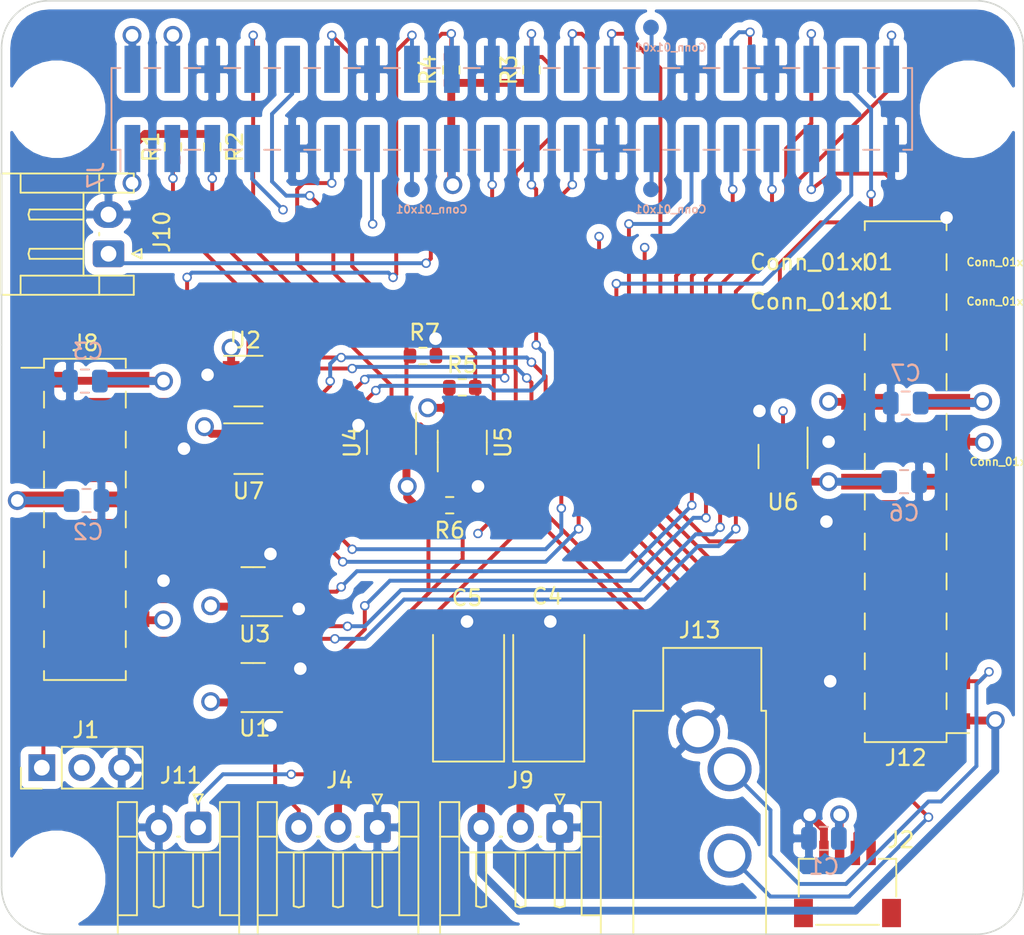
<source format=kicad_pcb>
(kicad_pcb (version 20171130) (host pcbnew "(5.1.10)-1")
  (layers (0 F.Cu signal hide) (1 In1.Cu signal hide) (2 In2.Cu signal hide) (31 B.Cu signal) (34 B.Paste user hide) (35 F.Paste user hide) (36 B.SilkS user) (37 F.SilkS user hide) (38 B.Mask user hide) (39 F.Mask user hide) (44 Edge.Cuts user))
  (net 0 "")
  (net 1 GND)
  (net 2 +3V3)
  (net 3 +5V)
  (net 4 +12V)
  (net 5 SCL)
  (net 6 SDA)
  (net 7 "Net-(J3-Pad1)")
  (net 8 "Net-(J5-Pad1)")
  (net 9 "Net-(J6-Pad1)")
  (net 10 USR_BTN1)
  (net 11 LCD_RS)
  (net 12 USR_BTN0)
  (net 13 PWM_SERVO_B)
  (net 14 PWM_SERVO_A)
  (net 15 LCD_BIT6)
  (net 16 LCD_BIT5)
  (net 17 LCD_BIT7)
  (net 18 COLOR_CE)
  (net 19 COLOR_SCK)
  (net 20 DOOR_LATCH_SIDE)
  (net 21 COLOR_MISO)
  (net 22 COLOR_MOSI)
  (net 23 DOOR_LATCH_FRONT)
  (net 24 CHARGER_ENABLE)
  (net 25 LCD_CLOCK)
  (net 26 NEO_DATA)
  (net 27 LCD_BIT4)
  (net 28 /CHARGER_SENSE)
  (net 29 "Net-(J12-Pad26)")
  (net 30 AUDIO_R)
  (net 31 AUDIO_L)
  (net 32 /PWM_SERVO_B_5)
  (net 33 /NEOPIXEL_DATA)
  (net 34 /TX_EN)
  (net 35 /RXD_3)
  (net 36 /TXD_3)
  (net 37 /PWM_SERVO_A_5)
  (net 38 "Net-(J12-Pad24)")
  (net 39 "Net-(J12-Pad22)")
  (net 40 "Net-(J12-Pad11)")
  (net 41 ELBOW_SENSE)
  (net 42 WRIST_SENSE)
  (net 43 /DIE_SENSE)
  (net 44 "Net-(J12-Pad13)")
  (net 45 "Net-(J12-Pad23)")
  (net 46 "Net-(J12-Pad21)")
  (module Pixels-dice:TEST_PIN (layer F.Cu) (at 107 69)
    (fp_text reference J18 hide)
    (fp_text value Conn_01x01 (at 1.25 -1.27) (layer F.SilkS) (effects (font (size 0.5 0.5) (thickness 0.1))))
    (pad 1 smd circle (at 0 0) (size 1 1) (layers F.Cu F.Mask) (net 45 "Net-(J12-Pad23)"))
  )
  (module Pixels-dice:TEST_PIN (layer F.Cu) (at 107 71.5)
    (fp_text reference J17 hide)
    (fp_text value Conn_01x01 (at 1.25 -1.27) (layer F.SilkS) (effects (font (size 0.5 0.5) (thickness 0.1))))
    (pad 1 smd circle (at 0 0) (size 1 1) (layers F.Cu F.Mask) (net 46 "Net-(J12-Pad21)"))
  )
  (module Package_TO_SOT_SMD:SOT-23-5 (layer F.Cu) (at 60.3 79.6)
    (fp_text reference U7 (at 0 2.7) (layer F.SilkS))
    (fp_text value MCP3021A1T)
    (pad 5 smd rect (at 1.1 -0.95) (size 1.06 0.65) (layers F.Cu F.Paste F.Mask) (net 5 SCL))
    (pad 4 smd rect (at 1.1 0.95) (size 1.06 0.65) (layers F.Cu F.Paste F.Mask) (net 6 SDA))
    (pad 3 smd rect (at -1.1 0.95) (size 1.06 0.65) (layers F.Cu F.Paste F.Mask) (net 43 /DIE_SENSE))
    (pad 2 smd rect (at -1.1 0) (size 1.06 0.65) (layers F.Cu F.Paste F.Mask) (net 1 GND))
    (pad 1 smd rect (at -1.1 -0.95) (size 1.06 0.65) (layers F.Cu F.Paste F.Mask) (net 2 +3V3))
  )
  (module Pixels-dice:TEST_PIN (layer F.Cu) (at 107.2 81.7)
    (fp_text reference J14 hide)
    (fp_text value Conn_01x01 (at 1.25 -1.27) (layer F.SilkS) (effects (font (size 0.5 0.5) (thickness 0.1))))
    (pad 1 smd circle (at 0 0) (size 1 1) (layers F.Cu F.Mask) (net 44 "Net-(J12-Pad13)"))
  )
  (module Connector_PinHeader_2.54mm:PinHeader_2x08_P2.54mm_Vertical_SMD (layer F.Cu) (at 49.9 84.1)
    (fp_text reference J8 (at 0 -11.22) (layer F.SilkS))
    (fp_text value Conn_01x16)
    (pad 16 smd rect (at 2.525 8.89) (size 3.15 1) (layers F.Cu F.Paste F.Mask) (net 41 ELBOW_SENSE))
    (pad 15 smd rect (at -2.525 8.89) (size 3.15 1) (layers F.Cu F.Paste F.Mask) (net 42 WRIST_SENSE))
    (pad 14 smd rect (at 2.525 6.35) (size 3.15 1) (layers F.Cu F.Paste F.Mask) (net 3 +5V))
    (pad 13 smd rect (at -2.525 6.35) (size 3.15 1) (layers F.Cu F.Paste F.Mask) (net 37 /PWM_SERVO_A_5))
    (pad 12 smd rect (at 2.525 3.81) (size 3.15 1) (layers F.Cu F.Paste F.Mask) (net 1 GND))
    (pad 11 smd rect (at -2.525 3.81) (size 3.15 1) (layers F.Cu F.Paste F.Mask) (net 18 COLOR_CE))
    (pad 10 smd rect (at 2.525 1.27) (size 3.15 1) (layers F.Cu F.Paste F.Mask) (net 19 COLOR_SCK))
    (pad 9 smd rect (at -2.525 1.27) (size 3.15 1) (layers F.Cu F.Paste F.Mask) (net 21 COLOR_MISO))
    (pad 8 smd rect (at 2.525 -1.27) (size 3.15 1) (layers F.Cu F.Paste F.Mask) (net 22 COLOR_MOSI))
    (pad 7 smd rect (at -2.525 -1.27) (size 3.15 1) (layers F.Cu F.Paste F.Mask) (net 2 +3V3))
    (pad 6 smd rect (at 2.525 -3.81) (size 3.15 1) (layers F.Cu F.Paste F.Mask) (net 1 GND))
    (pad 5 smd rect (at -2.525 -3.81) (size 3.15 1) (layers F.Cu F.Paste F.Mask) (net 43 /DIE_SENSE))
    (pad 4 smd rect (at 2.525 -6.35) (size 3.15 1) (layers F.Cu F.Paste F.Mask) (net 28 /CHARGER_SENSE))
    (pad 3 smd rect (at -2.525 -6.35) (size 3.15 1) (layers F.Cu F.Paste F.Mask) (net 24 CHARGER_ENABLE))
    (pad 2 smd rect (at 2.525 -8.89) (size 3.15 1) (layers F.Cu F.Paste F.Mask) (net 3 +5V))
    (pad 1 smd rect (at -2.525 -8.89) (size 3.15 1) (layers F.Cu F.Paste F.Mask) (net 3 +5V))
  )
  (module Pixels-dice:TEST_PIN (layer B.Cu) (at 85.9 52.8)
    (fp_text reference J6 hide)
    (fp_text value Conn_01x01 (at 1.25 1.27) (layer B.SilkS) (effects (font (size 0.5 0.5) (thickness 0.1)) (justify mirror)))
    (pad 1 smd circle (at 0 0) (size 1 1) (layers B.Cu B.Mask) (net 9 "Net-(J6-Pad1)"))
  )
  (module Pixels-dice:TEST_PIN (layer B.Cu) (at 70.7 63.1)
    (fp_text reference J5 hide)
    (fp_text value Conn_01x01 (at 1.25 1.27) (layer B.SilkS) (effects (font (size 0.5 0.5) (thickness 0.1)) (justify mirror)))
    (pad 1 smd circle (at 0 0) (size 1 1) (layers B.Cu B.Mask) (net 8 "Net-(J5-Pad1)"))
  )
  (module Pixels-dice:TEST_PIN (layer B.Cu) (at 85.9 63.1)
    (fp_text reference J3 hide)
    (fp_text value Conn_01x01 (at 1.25 1.27) (layer B.SilkS) (effects (font (size 0.5 0.5) (thickness 0.1)) (justify mirror)))
    (pad 1 smd circle (at 0 0) (size 1 1) (layers B.Cu B.Mask) (net 7 "Net-(J3-Pad1)"))
  )
  (module Pixels-dice:SC-74A (layer F.Cu) (at 94.3 80.1 270)
    (fp_text reference U6 (at 2.9 0 180) (layer F.SilkS))
    (fp_text value 74AHCT1G125)
    (pad 5 smd roundrect (at 1.1375 -0.95 270) (size 1.425 0.5) (layers F.Cu F.Paste F.Mask) (net 3 +5V))
    (pad 4 smd roundrect (at 1.1375 0.95 270) (size 1.425 0.5) (layers F.Cu F.Paste F.Mask) (net 40 "Net-(J12-Pad11)"))
    (pad 3 smd roundrect (at -1.1375 0.95 270) (size 1.425 0.5) (layers F.Cu F.Paste F.Mask) (net 1 GND))
    (pad 2 smd roundrect (at -1.1375 0 270) (size 1.425 0.5) (layers F.Cu F.Paste F.Mask) (net 26 NEO_DATA))
    (pad 1 smd roundrect (at -1.1375 -0.95 270) (size 1.425 0.5) (layers F.Cu F.Paste F.Mask) (net 1 GND))
  )
  (module Connector_PinHeader_2.54mm:PinHeader_2x13_P2.54mm_Vertical_SMD (layer F.Cu) (at 102.1 81.7 180)
    (fp_text reference J12 (at 0 -17.57) (layer F.SilkS))
    (fp_text value Conn_02x13_Top_Bottom)
    (pad 26 smd rect (at 2.525 15.24 180) (size 3.15 1) (layers F.Cu F.Paste F.Mask) (net 29 "Net-(J12-Pad26)"))
    (pad 25 smd rect (at -2.525 15.24 180) (size 3.15 1) (layers F.Cu F.Paste F.Mask) (net 1 GND))
    (pad 24 smd rect (at 2.525 12.7 180) (size 3.15 1) (layers F.Cu F.Paste F.Mask) (net 38 "Net-(J12-Pad24)"))
    (pad 23 smd rect (at -2.525 12.7 180) (size 3.15 1) (layers F.Cu F.Paste F.Mask) (net 45 "Net-(J12-Pad23)"))
    (pad 22 smd rect (at 2.525 10.16 180) (size 3.15 1) (layers F.Cu F.Paste F.Mask) (net 39 "Net-(J12-Pad22)"))
    (pad 21 smd rect (at -2.525 10.16 180) (size 3.15 1) (layers F.Cu F.Paste F.Mask) (net 46 "Net-(J12-Pad21)"))
    (pad 20 smd rect (at 2.525 7.62 180) (size 3.15 1) (layers F.Cu F.Paste F.Mask) (net 10 USR_BTN1))
    (pad 19 smd rect (at -2.525 7.62 180) (size 3.15 1) (layers F.Cu F.Paste F.Mask) (net 12 USR_BTN0))
    (pad 18 smd rect (at 2.525 5.08 180) (size 3.15 1) (layers F.Cu F.Paste F.Mask) (net 2 +3V3))
    (pad 17 smd rect (at -2.525 5.08 180) (size 3.15 1) (layers F.Cu F.Paste F.Mask) (net 2 +3V3))
    (pad 16 smd rect (at 2.525 2.54 180) (size 3.15 1) (layers F.Cu F.Paste F.Mask) (net 1 GND))
    (pad 15 smd rect (at -2.525 2.54 180) (size 3.15 1) (layers F.Cu F.Paste F.Mask) (net 3 +5V))
    (pad 14 smd rect (at 2.525 0 180) (size 3.15 1) (layers F.Cu F.Paste F.Mask) (net 3 +5V))
    (pad 13 smd rect (at -2.525 0 180) (size 3.15 1) (layers F.Cu F.Paste F.Mask) (net 44 "Net-(J12-Pad13)"))
    (pad 12 smd rect (at 2.525 -2.54 180) (size 3.15 1) (layers F.Cu F.Paste F.Mask) (net 1 GND))
    (pad 11 smd rect (at -2.525 -2.54 180) (size 3.15 1) (layers F.Cu F.Paste F.Mask) (net 40 "Net-(J12-Pad11)"))
    (pad 10 smd rect (at 2.525 -5.08 180) (size 3.15 1) (layers F.Cu F.Paste F.Mask) (net 17 LCD_BIT7))
    (pad 9 smd rect (at -2.525 -5.08 180) (size 3.15 1) (layers F.Cu F.Paste F.Mask) (net 15 LCD_BIT6))
    (pad 8 smd rect (at 2.525 -7.62 180) (size 3.15 1) (layers F.Cu F.Paste F.Mask) (net 16 LCD_BIT5))
    (pad 7 smd rect (at -2.525 -7.62 180) (size 3.15 1) (layers F.Cu F.Paste F.Mask) (net 27 LCD_BIT4))
    (pad 6 smd rect (at 2.525 -10.16 180) (size 3.15 1) (layers F.Cu F.Paste F.Mask) (net 25 LCD_CLOCK))
    (pad 5 smd rect (at -2.525 -10.16 180) (size 3.15 1) (layers F.Cu F.Paste F.Mask) (net 11 LCD_RS))
    (pad 4 smd rect (at 2.525 -12.7 180) (size 3.15 1) (layers F.Cu F.Paste F.Mask) (net 1 GND))
    (pad 3 smd rect (at -2.525 -12.7 180) (size 3.15 1) (layers F.Cu F.Paste F.Mask) (net 31 AUDIO_L))
    (pad 2 smd rect (at 2.525 -15.24 180) (size 3.15 1) (layers F.Cu F.Paste F.Mask) (net 30 AUDIO_R))
    (pad 1 smd rect (at -2.525 -15.24 180) (size 3.15 1) (layers F.Cu F.Paste F.Mask) (net 4 +12V))
  )
  (module Connector_PinSocket_2.54mm:PinSocket_2x20_P2.54mm_Vertical_SMD (layer B.Cu) (at 77.05 57.98 270)
    (fp_text reference J7 (at 4.22 26.45 90) (layer B.SilkS) (effects (justify mirror)))
    (fp_text value Raspberry_Pi_2_3)
    (pad 40 smd rect (at -2.52 -24.13 270) (size 3 1) (layers B.Cu B.Paste B.Mask) (net 41 ELBOW_SENSE))
    (pad 39 smd rect (at 2.52 -24.13 270) (size 3 1) (layers B.Cu B.Paste B.Mask) (net 1 GND))
    (pad 38 smd rect (at -2.52 -21.59 270) (size 3 1) (layers B.Cu B.Paste B.Mask) (net 10 USR_BTN1))
    (pad 37 smd rect (at 2.52 -21.59 270) (size 3 1) (layers B.Cu B.Paste B.Mask) (net 11 LCD_RS))
    (pad 36 smd rect (at -2.52 -19.05 270) (size 3 1) (layers B.Cu B.Paste B.Mask) (net 42 WRIST_SENSE))
    (pad 35 smd rect (at 2.52 -19.05 270) (size 3 1) (layers B.Cu B.Paste B.Mask) (net 12 USR_BTN0))
    (pad 34 smd rect (at -2.52 -16.51 270) (size 3 1) (layers B.Cu B.Paste B.Mask) (net 1 GND))
    (pad 33 smd rect (at 2.52 -16.51 270) (size 3 1) (layers B.Cu B.Paste B.Mask) (net 13 PWM_SERVO_B))
    (pad 32 smd rect (at -2.52 -13.97 270) (size 3 1) (layers B.Cu B.Paste B.Mask) (net 14 PWM_SERVO_A))
    (pad 31 smd rect (at 2.52 -13.97 270) (size 3 1) (layers B.Cu B.Paste B.Mask) (net 15 LCD_BIT6))
    (pad 30 smd rect (at -2.52 -11.43 270) (size 3 1) (layers B.Cu B.Paste B.Mask) (net 1 GND))
    (pad 29 smd rect (at 2.52 -11.43 270) (size 3 1) (layers B.Cu B.Paste B.Mask) (net 16 LCD_BIT5))
    (pad 28 smd rect (at -2.52 -8.89 270) (size 3 1) (layers B.Cu B.Paste B.Mask) (net 9 "Net-(J6-Pad1)"))
    (pad 27 smd rect (at 2.52 -8.89 270) (size 3 1) (layers B.Cu B.Paste B.Mask) (net 7 "Net-(J3-Pad1)"))
    (pad 26 smd rect (at -2.52 -6.35 270) (size 3 1) (layers B.Cu B.Paste B.Mask) (net 17 LCD_BIT7))
    (pad 25 smd rect (at 2.52 -6.35 270) (size 3 1) (layers B.Cu B.Paste B.Mask) (net 1 GND))
    (pad 24 smd rect (at -2.52 -3.81 270) (size 3 1) (layers B.Cu B.Paste B.Mask) (net 18 COLOR_CE))
    (pad 23 smd rect (at 2.52 -3.81 270) (size 3 1) (layers B.Cu B.Paste B.Mask) (net 19 COLOR_SCK))
    (pad 22 smd rect (at -2.52 -1.27 270) (size 3 1) (layers B.Cu B.Paste B.Mask) (net 20 DOOR_LATCH_SIDE))
    (pad 21 smd rect (at 2.52 -1.27 270) (size 3 1) (layers B.Cu B.Paste B.Mask) (net 21 COLOR_MISO))
    (pad 20 smd rect (at -2.52 1.27 270) (size 3 1) (layers B.Cu B.Paste B.Mask) (net 1 GND))
    (pad 19 smd rect (at 2.52 1.27 270) (size 3 1) (layers B.Cu B.Paste B.Mask) (net 22 COLOR_MOSI))
    (pad 18 smd rect (at -2.52 3.81 270) (size 3 1) (layers B.Cu B.Paste B.Mask) (net 23 DOOR_LATCH_FRONT))
    (pad 17 smd rect (at 2.52 3.81 270) (size 3 1) (layers B.Cu B.Paste B.Mask) (net 2 +3V3))
    (pad 16 smd rect (at -2.52 6.35 270) (size 3 1) (layers B.Cu B.Paste B.Mask) (net 24 CHARGER_ENABLE))
    (pad 15 smd rect (at 2.52 6.35 270) (size 3 1) (layers B.Cu B.Paste B.Mask) (net 8 "Net-(J5-Pad1)"))
    (pad 14 smd rect (at -2.52 8.89 270) (size 3 1) (layers B.Cu B.Paste B.Mask) (net 1 GND))
    (pad 13 smd rect (at 2.52 8.89 270) (size 3 1) (layers B.Cu B.Paste B.Mask) (net 25 LCD_CLOCK))
    (pad 12 smd rect (at -2.52 11.43 270) (size 3 1) (layers B.Cu B.Paste B.Mask) (net 26 NEO_DATA))
    (pad 11 smd rect (at 2.52 11.43 270) (size 3 1) (layers B.Cu B.Paste B.Mask) (net 34 /TX_EN))
    (pad 10 smd rect (at -2.52 13.97 270) (size 3 1) (layers B.Cu B.Paste B.Mask) (net 35 /RXD_3))
    (pad 9 smd rect (at 2.52 13.97 270) (size 3 1) (layers B.Cu B.Paste B.Mask) (net 1 GND))
    (pad 8 smd rect (at -2.52 16.51 270) (size 3 1) (layers B.Cu B.Paste B.Mask) (net 36 /TXD_3))
    (pad 7 smd rect (at 2.52 16.51 270) (size 3 1) (layers B.Cu B.Paste B.Mask) (net 27 LCD_BIT4))
    (pad 6 smd rect (at -2.52 19.05 270) (size 3 1) (layers B.Cu B.Paste B.Mask) (net 1 GND))
    (pad 5 smd rect (at 2.52 19.05 270) (size 3 1) (layers B.Cu B.Paste B.Mask) (net 5 SCL))
    (pad 4 smd rect (at -2.52 21.59 270) (size 3 1) (layers B.Cu B.Paste B.Mask) (net 3 +5V))
    (pad 3 smd rect (at 2.52 21.59 270) (size 3 1) (layers B.Cu B.Paste B.Mask) (net 6 SDA))
    (pad 2 smd rect (at -2.52 24.13 270) (size 3 1) (layers B.Cu B.Paste B.Mask) (net 3 +5V))
    (pad 1 smd rect (at 2.52 24.13 270) (size 3 1) (layers B.Cu B.Paste B.Mask) (net 2 +3V3))
  )
  (module Pixels-dice:SC-74A (layer F.Cu) (at 73.9 79.2 90)
    (fp_text reference U5 (at 0 2.6 90) (layer F.SilkS))
    (fp_text value 74AHCT1G125)
    (pad 5 smd roundrect (at 1.1375 -0.95 90) (size 1.425 0.5) (layers F.Cu F.Paste F.Mask) (net 2 +3V3))
    (pad 4 smd roundrect (at 1.1375 0.95 90) (size 1.425 0.5) (layers F.Cu F.Paste F.Mask) (net 35 /RXD_3))
    (pad 3 smd roundrect (at -1.1375 0.95 90) (size 1.425 0.5) (layers F.Cu F.Paste F.Mask) (net 1 GND))
    (pad 2 smd roundrect (at -1.1375 0 90) (size 1.425 0.5) (layers F.Cu F.Paste F.Mask) (net 33 /NEOPIXEL_DATA))
    (pad 1 smd roundrect (at -1.1375 -0.95 90) (size 1.425 0.5) (layers F.Cu F.Paste F.Mask) (net 34 /TX_EN))
  )
  (module Pixels-dice:SC-74A (layer F.Cu) (at 69.4 79.2 270)
    (fp_text reference U4 (at 0 2.5 90) (layer F.SilkS))
    (fp_text value 74AHCT1G126)
    (pad 5 smd roundrect (at 1.1375 -0.95 270) (size 1.425 0.5) (layers F.Cu F.Paste F.Mask) (net 3 +5V))
    (pad 4 smd roundrect (at 1.1375 0.95 270) (size 1.425 0.5) (layers F.Cu F.Paste F.Mask) (net 33 /NEOPIXEL_DATA))
    (pad 3 smd roundrect (at -1.1375 0.95 270) (size 1.425 0.5) (layers F.Cu F.Paste F.Mask) (net 1 GND))
    (pad 2 smd roundrect (at -1.1375 0 270) (size 1.425 0.5) (layers F.Cu F.Paste F.Mask) (net 36 /TXD_3))
    (pad 1 smd roundrect (at -1.1375 -0.95 270) (size 1.425 0.5) (layers F.Cu F.Paste F.Mask) (net 34 /TX_EN))
  )
  (module Pixels-dice:SC-74A (layer F.Cu) (at 60.6 88.7 180)
    (fp_text reference U3 (at -0.1 -2.7) (layer F.SilkS))
    (fp_text value 74AHCT1G125)
    (pad 5 smd roundrect (at 1.1375 -0.95 180) (size 1.425 0.5) (layers F.Cu F.Paste F.Mask) (net 3 +5V))
    (pad 4 smd roundrect (at 1.1375 0.95 180) (size 1.425 0.5) (layers F.Cu F.Paste F.Mask) (net 37 /PWM_SERVO_A_5))
    (pad 3 smd roundrect (at -1.1375 0.95 180) (size 1.425 0.5) (layers F.Cu F.Paste F.Mask) (net 1 GND))
    (pad 2 smd roundrect (at -1.1375 0 180) (size 1.425 0.5) (layers F.Cu F.Paste F.Mask) (net 14 PWM_SERVO_A))
    (pad 1 smd roundrect (at -1.1375 -0.95 180) (size 1.425 0.5) (layers F.Cu F.Paste F.Mask) (net 1 GND))
  )
  (module Pixels-dice:SC-74A (layer F.Cu) (at 60.6 94.8 180)
    (fp_text reference U1 (at -0.1 -2.6) (layer F.SilkS))
    (fp_text value 74AHCT1G125)
    (pad 5 smd roundrect (at 1.1375 -0.95 180) (size 1.425 0.5) (layers F.Cu F.Paste F.Mask) (net 3 +5V))
    (pad 4 smd roundrect (at 1.1375 0.95 180) (size 1.425 0.5) (layers F.Cu F.Paste F.Mask) (net 32 /PWM_SERVO_B_5))
    (pad 3 smd roundrect (at -1.1375 0.95 180) (size 1.425 0.5) (layers F.Cu F.Paste F.Mask) (net 1 GND))
    (pad 2 smd roundrect (at -1.1375 0 180) (size 1.425 0.5) (layers F.Cu F.Paste F.Mask) (net 13 PWM_SERVO_B))
    (pad 1 smd roundrect (at -1.1375 -0.95 180) (size 1.425 0.5) (layers F.Cu F.Paste F.Mask) (net 1 GND))
  )
  (module Resistor_SMD:R_0603_1608Metric (layer F.Cu) (at 71.4 73.7)
    (fp_text reference R7 (at 0.1 -1.5) (layer F.SilkS))
    (fp_text value "10k 5%")
    (pad 2 smd roundrect (at 0.825 0) (size 0.8 0.95) (layers F.Cu F.Paste F.Mask) (net 1 GND))
    (pad 1 smd roundrect (at -0.825 0) (size 0.8 0.95) (layers F.Cu F.Paste F.Mask) (net 34 /TX_EN))
  )
  (module Resistor_SMD:R_0603_1608Metric (layer F.Cu) (at 73.1 83.2)
    (fp_text reference R6 (at 0 1.6) (layer F.SilkS))
    (fp_text value "10k 5%")
    (pad 2 smd roundrect (at 0.825 0) (size 0.8 0.95) (layers F.Cu F.Paste F.Mask) (net 33 /NEOPIXEL_DATA))
    (pad 1 smd roundrect (at -0.825 0) (size 0.8 0.95) (layers F.Cu F.Paste F.Mask) (net 3 +5V))
  )
  (module Resistor_SMD:R_0603_1608Metric (layer F.Cu) (at 73.9 75.7)
    (fp_text reference R5 (at 0 -1.43) (layer F.SilkS))
    (fp_text value "10k 5%")
    (pad 2 smd roundrect (at 0.825 0) (size 0.8 0.95) (layers F.Cu F.Paste F.Mask) (net 35 /RXD_3))
    (pad 1 smd roundrect (at -0.825 0) (size 0.8 0.95) (layers F.Cu F.Paste F.Mask) (net 2 +3V3))
  )
  (module Pixels-dice:TEST_PIN (layer F.Cu) (at 95.5 69)
    (fp_text reference J16 hide)
    (fp_text value Conn_01x01 (at 1.25 -1.27) (layer F.SilkS))
    (pad 1 smd circle (at 0 0) (size 1 1) (layers F.Cu F.Mask) (net 38 "Net-(J12-Pad24)"))
  )
  (module Pixels-dice:TEST_PIN (layer F.Cu) (at 95.5 71.5)
    (fp_text reference J15 hide)
    (fp_text value Conn_01x01 (at 1.25 -1.27) (layer F.SilkS))
    (pad 1 smd circle (at 0 0) (size 1 1) (layers F.Cu F.Mask) (net 39 "Net-(J12-Pad22)"))
  )
  (module Connector_PinHeader_2.54mm:PinHeader_1x03_P2.54mm_Vertical (layer F.Cu) (at 47.16 99.9 90)
    (fp_text reference J1 (at 2.4 2.8) (layer F.SilkS))
    (fp_text value "Servo B")
    (pad 3 thru_hole oval (at 0 5.08 90) (size 1.7 1.7) (drill 1) (layers *.Cu *.Mask) (net 1 GND))
    (pad 2 thru_hole oval (at 0 2.54 90) (size 1.7 1.7) (drill 1) (layers *.Cu *.Mask) (net 3 +5V))
    (pad 1 thru_hole rect (at 0 0 90) (size 1.7 1.7) (drill 1) (layers *.Cu *.Mask) (net 32 /PWM_SERVO_B_5))
  )
  (module Package_TO_SOT_SMD:SOT-23-5 (layer F.Cu) (at 60.3 75.3)
    (fp_text reference U2 (at -0.2 -2.6) (layer F.SilkS))
    (fp_text value MCP3021A6T)
    (pad 5 smd rect (at 1.1 -0.95) (size 1.06 0.65) (layers F.Cu F.Paste F.Mask) (net 5 SCL))
    (pad 4 smd rect (at 1.1 0.95) (size 1.06 0.65) (layers F.Cu F.Paste F.Mask) (net 6 SDA))
    (pad 3 smd rect (at -1.1 0.95) (size 1.06 0.65) (layers F.Cu F.Paste F.Mask) (net 28 /CHARGER_SENSE))
    (pad 2 smd rect (at -1.1 0) (size 1.06 0.65) (layers F.Cu F.Paste F.Mask) (net 1 GND))
    (pad 1 smd rect (at -1.1 -0.95) (size 1.06 0.65) (layers F.Cu F.Paste F.Mask) (net 2 +3V3))
  )
  (module Resistor_SMD:R_0603_1608Metric (layer F.Cu) (at 73.2 55.5 90)
    (fp_text reference R4 (at 0 -1.5 90) (layer F.SilkS))
    (fp_text value "10k 5%")
    (pad 2 smd roundrect (at 0.825 0 90) (size 0.8 0.95) (layers F.Cu F.Paste F.Mask) (net 23 DOOR_LATCH_FRONT))
    (pad 1 smd roundrect (at -0.825 0 90) (size 0.8 0.95) (layers F.Cu F.Paste F.Mask) (net 2 +3V3))
  )
  (module Resistor_SMD:R_0603_1608Metric (layer F.Cu) (at 78.3 55.5 90)
    (fp_text reference R3 (at 0 -1.43 90) (layer F.SilkS))
    (fp_text value "10k 5%")
    (pad 2 smd roundrect (at 0.825 0 90) (size 0.8 0.95) (layers F.Cu F.Paste F.Mask) (net 20 DOOR_LATCH_SIDE))
    (pad 1 smd roundrect (at -0.825 0 90) (size 0.8 0.95) (layers F.Cu F.Paste F.Mask) (net 2 +3V3))
  )
  (module Resistor_SMD:R_0603_1608Metric (layer F.Cu) (at 58 60.4 270)
    (fp_text reference R2 (at 0 -1.43 90) (layer F.SilkS))
    (fp_text value "2.2k 5%")
    (pad 2 smd roundrect (at 0.825 0 270) (size 0.8 0.95) (layers F.Cu F.Paste F.Mask) (net 5 SCL))
    (pad 1 smd roundrect (at -0.825 0 270) (size 0.8 0.95) (layers F.Cu F.Paste F.Mask) (net 2 +3V3))
  )
  (module Resistor_SMD:R_0603_1608Metric (layer F.Cu) (at 55.5 60.4 270)
    (fp_text reference R1 (at 0 1.4 90) (layer F.SilkS))
    (fp_text value "2.2k 5%")
    (pad 2 smd roundrect (at 0.825 0 270) (size 0.8 0.95) (layers F.Cu F.Paste F.Mask) (net 6 SDA))
    (pad 1 smd roundrect (at -0.825 0 270) (size 0.8 0.95) (layers F.Cu F.Paste F.Mask) (net 2 +3V3))
  )
  (module Connector_Audio:Jack_3.5mm_CUI_SJ1-3533NG_Horizontal_CircularHoles (layer F.Cu) (at 88.9 97.6)
    (fp_text reference J13 (at 0.1 -6.45) (layer F.SilkS))
    (fp_text value AudioJack3_Ground)
    (pad R thru_hole circle (at 2 7.9) (size 2.8 2.8) (drill 2) (layers *.Cu *.Mask) (net 30 AUDIO_R))
    (pad T thru_hole circle (at 2 2.4) (size 2.8 2.8) (drill 2) (layers *.Cu *.Mask) (net 31 AUDIO_L))
    (pad S thru_hole circle (at 0 0) (size 2.8 2.8) (drill 2) (layers *.Cu *.Mask) (net 1 GND))
  )
  (module Connector_JST:JST_EH_S2B-EH_1x02_P2.50mm_Horizontal (layer F.Cu) (at 57.1 103.7 180)
    (fp_text reference J11 (at 1.1 3.3) (layer F.SilkS))
    (fp_text value Conn_01x02)
    (pad 2 thru_hole oval (at 2.5 0 180) (size 1.7 2) (drill 1) (layers *.Cu *.Mask) (net 1 GND))
    (pad 1 thru_hole roundrect (at 0 0 180) (size 1.7 2) (drill 1) (layers *.Cu *.Mask) (roundrect_rratio 0.1470588235294118) (net 20 DOOR_LATCH_SIDE))
  )
  (module Connector_JST:JST_EH_S2B-EH_1x02_P2.50mm_Horizontal (layer F.Cu) (at 51.4 67.2 90)
    (fp_text reference J10 (at 1.4 3.4 90) (layer F.SilkS))
    (fp_text value Conn_01x02)
    (pad 2 thru_hole oval (at 2.5 0 90) (size 1.7 2) (drill 1) (layers *.Cu *.Mask) (net 1 GND))
    (pad 1 thru_hole roundrect (at 0 0 90) (size 1.7 2) (drill 1) (layers *.Cu *.Mask) (roundrect_rratio 0.1470588235294118) (net 23 DOOR_LATCH_FRONT))
  )
  (module Connector_JST:JST_EH_S3B-EH_1x03_P2.50mm_Horizontal (layer F.Cu) (at 80.1 103.7 180)
    (fp_text reference J9 (at 2.5 3) (layer F.SilkS))
    (fp_text value Conn_01x03)
    (pad 3 thru_hole oval (at 5 0 180) (size 1.7 1.95) (drill 0.95) (layers *.Cu *.Mask) (net 4 +12V))
    (pad 2 thru_hole oval (at 2.5 0 180) (size 1.7 1.95) (drill 0.95) (layers *.Cu *.Mask) (net 3 +5V))
    (pad 1 thru_hole roundrect (at 0 0 180) (size 1.7 1.95) (drill 0.95) (layers *.Cu *.Mask) (roundrect_rratio 0.1470588235294118) (net 1 GND))
  )
  (module Connector_JST:JST_EH_S3B-EH_1x03_P2.50mm_Horizontal (layer F.Cu) (at 68.5 103.7 180)
    (fp_text reference J4 (at 2.4 3) (layer F.SilkS))
    (fp_text value TTL-RS232-JST)
    (pad 3 thru_hole oval (at 5 0 180) (size 1.7 1.95) (drill 0.95) (layers *.Cu *.Mask) (net 33 /NEOPIXEL_DATA))
    (pad 2 thru_hole oval (at 2.5 0 180) (size 1.7 1.95) (drill 0.95) (layers *.Cu *.Mask) (net 4 +12V))
    (pad 1 thru_hole roundrect (at 0 0 180) (size 1.7 1.95) (drill 0.95) (layers *.Cu *.Mask) (roundrect_rratio 0.1470588235294118) (net 1 GND))
  )
  (module Pixels-dice:CCSH-W10R-XXTR-BK-A (layer F.Cu) (at 98.4 107.3)
    (fp_text reference J2 (at 3.4 -2.8) (layer F.SilkS))
    (fp_text value Conn_01x04)
    (pad "" smd rect (at 2.8 1.85) (size 1.2 1.8) (layers F.Cu F.Paste F.Mask))
    (pad "" smd rect (at -2.8 1.85) (size 1.2 1.8) (layers F.Cu F.Paste F.Mask))
    (pad 4 smd rect (at 1.5 -1.975) (size 0.6 1.55) (layers F.Cu F.Paste F.Mask) (net 5 SCL))
    (pad 3 smd rect (at 0.5 -1.975) (size 0.6 1.55) (layers F.Cu F.Paste F.Mask) (net 6 SDA))
    (pad 2 smd rect (at -0.5 -1.975) (size 0.6 1.55) (layers F.Cu F.Paste F.Mask) (net 2 +3V3))
    (pad 1 smd rect (at -1.5 -1.975) (size 0.6 1.55) (layers F.Cu F.Paste F.Mask) (net 1 GND))
  )
  (module Capacitor_SMD:C_0805_2012Metric (layer B.Cu) (at 102.1 76.7 180)
    (fp_text reference C7 (at 0 1.9) (layer B.SilkS) (effects (justify mirror)))
    (fp_text value "10uF 15V 5%")
    (pad 2 smd roundrect (at 0.95 0 180) (size 1 1.45) (layers B.Cu B.Paste B.Mask) (net 1 GND))
    (pad 1 smd roundrect (at -0.95 0 180) (size 1 1.45) (layers B.Cu B.Paste B.Mask) (net 2 +3V3))
  )
  (module Capacitor_SMD:C_0805_2012Metric (layer B.Cu) (at 102 81.7)
    (fp_text reference C6 (at 0 2) (layer B.SilkS) (effects (justify mirror)))
    (fp_text value "10uF 15V 5%")
    (pad 2 smd roundrect (at 0.95 0) (size 1 1.45) (layers B.Cu B.Paste B.Mask) (net 1 GND))
    (pad 1 smd roundrect (at -0.95 0) (size 1 1.45) (layers B.Cu B.Paste B.Mask) (net 3 +5V))
  )
  (module Capacitor_Tantalum_SMD:CP_EIA-7343-43_Kemet-X (layer F.Cu) (at 74.3 95.1 90)
    (fp_text reference C5 (at 6 -0.1 180) (layer F.SilkS))
    (fp_text value "100uF 15V 5%")
    (pad 2 smd roundrect (at 3.1125 0 90) (size 2.075 2.55) (layers F.Cu F.Paste F.Mask) (roundrect_rratio 0.1204819277108434) (net 1 GND))
    (pad 1 smd roundrect (at -3.1125 0 90) (size 2.075 2.55) (layers F.Cu F.Paste F.Mask) (roundrect_rratio 0.1204819277108434) (net 4 +12V))
  )
  (module Capacitor_Tantalum_SMD:CP_EIA-7343-43_Kemet-X (layer F.Cu) (at 79.4 95.1 90)
    (fp_text reference C4 (at 6.1 -0.1 180) (layer F.SilkS))
    (fp_text value "100uF 15V 5%")
    (pad 2 smd roundrect (at 3.1125 0 90) (size 2.075 2.55) (layers F.Cu F.Paste F.Mask) (roundrect_rratio 0.1204819277108434) (net 1 GND))
    (pad 1 smd roundrect (at -3.1125 0 90) (size 2.075 2.55) (layers F.Cu F.Paste F.Mask) (roundrect_rratio 0.1204819277108434) (net 3 +5V))
  )
  (module Capacitor_SMD:C_0805_2012Metric (layer B.Cu) (at 49.9 75.3 180)
    (fp_text reference C3 (at -0.2 1.9) (layer B.SilkS) (effects (justify mirror)))
    (fp_text value "10uF 15V 5%")
    (pad 2 smd roundrect (at 0.95 0 180) (size 1 1.45) (layers B.Cu B.Paste B.Mask) (net 1 GND))
    (pad 1 smd roundrect (at -0.95 0 180) (size 1 1.45) (layers B.Cu B.Paste B.Mask) (net 3 +5V))
  )
  (module Capacitor_SMD:C_0805_2012Metric (layer B.Cu) (at 50 82.9)
    (fp_text reference C2 (at 0.1 2) (layer B.SilkS) (effects (justify mirror)))
    (fp_text value "10uF 15V 5%")
    (pad 2 smd roundrect (at 0.95 0) (size 1 1.45) (layers B.Cu B.Paste B.Mask) (net 1 GND))
    (pad 1 smd roundrect (at -0.95 0) (size 1 1.45) (layers B.Cu B.Paste B.Mask) (net 2 +3V3))
  )
  (module Capacitor_SMD:C_0805_2012Metric (layer B.Cu) (at 96.9 104.4 180)
    (fp_text reference C1 (at 0 -1.8) (layer B.SilkS) (effects (justify mirror)))
    (fp_text value "10uF 15V 5%")
    (pad 2 smd roundrect (at 0.95 0 180) (size 1 1.45) (layers B.Cu B.Paste B.Mask) (net 1 GND))
    (pad 1 smd roundrect (at -0.95 0 180) (size 1 1.45) (layers B.Cu B.Paste B.Mask) (net 2 +3V3))
  )
  (module RPi_Hat:RPi_Hat_Mounting_Hole (layer F.Cu) (at 106.1 58)
    (fp_text reference "" hide)
    (fp_text value "" hide)
    (pad "" np_thru_hole circle (at 0 0) (size 2.75 2.75) (drill 2.75) (layers *.Cu *.Mask) (clearance 1.725))
  )
  (module RPi_Hat:RPi_Hat_Mounting_Hole (layer F.Cu) (at 106.1 107)
    (fp_text reference "" hide)
    (fp_text value "" hide)
    (pad "" np_thru_hole circle (at 0 0) (size 2.75 2.75) (drill 2.75) (layers *.Cu *.Mask) (clearance 1.725))
  )
  (module RPi_Hat:RPi_Hat_Mounting_Hole (layer F.Cu) (at 48.1 107)
    (fp_text reference "" hide)
    (fp_text value "" hide)
    (pad "" np_thru_hole circle (at 0 0) (size 2.75 2.75) (drill 2.75) (layers *.Cu *.Mask) (clearance 1.725))
  )
  (module RPi_Hat:RPi_Hat_Mounting_Hole (layer F.Cu) (at 48.1 58)
    (fp_text reference "" hide)
    (fp_text value "" hide)
    (pad "" np_thru_hole circle (at 0 0) (size 2.75 2.75) (drill 2.75) (layers *.Cu *.Mask) (clearance 1.725))
  )
  (gr_arc (start 106.6 54.1) (end 106.6 51.1) (angle 90) (layer Edge.Cuts) (width 0.1))
  (gr_line (start 47.6 51.1) (end 106.6 51.1) (angle 90) (layer Edge.Cuts) (width 0.1))
  (gr_arc (start 47.6 54.1) (end 44.6 54.1) (angle 90) (layer Edge.Cuts) (width 0.1))
  (gr_arc (start 106.6 107.5) (end 109.6 107.5) (angle 90) (layer Edge.Cuts) (width 0.1))
  (gr_arc (start 47.6 107.5) (end 47.6 110.5) (angle 90) (layer Edge.Cuts) (width 0.1))
  (gr_line (start 44.6 73) (end 44.6 107.5) (layer Edge.Cuts) (width 0.1))
  (gr_line (start 44.6 54.1) (end 44.6 73) (layer Edge.Cuts) (width 0.1))
  (gr_line (start 47.6 110.5) (end 106.6 110.5) (angle 90) (layer Edge.Cuts) (width 0.1))
  (gr_line (start 109.6 54.1) (end 109.6 107.5) (angle 90) (layer Edge.Cuts) (width 0.1))
  (via (at 97.3 94.4) (size 1.2) (drill 0.8) (layers F.Cu B.Cu) (net 1))
  (segment (start 99.575 94.4) (end 97.3 94.4) (width 0.5) (layer F.Cu) (net 1))
  (via (at 54.9 88) (size 1.2) (drill 0.8) (layers F.Cu B.Cu) (net 1))
  (segment (start 54.88 87.98) (end 54.9 88) (width 0.5) (layer F.Cu) (net 1))
  (segment (start 52.525 87.98) (end 54.88 87.98) (width 0.5) (layer F.Cu) (net 1))
  (via (at 96 102.9) (size 1.2) (drill 0.8) (layers F.Cu B.Cu) (net 1))
  (segment (start 95.95 102.85) (end 96 102.9) (width 0.5) (layer F.Cu) (net 1))
  (via (at 72.2 72.6) (size 1.2) (drill 0.8) (layers F.Cu B.Cu) (net 1))
  (segment (start 72.225 72.625) (end 72.2 72.6) (width 0.5) (layer F.Cu) (net 1))
  (segment (start 72.225 73.7) (end 72.225 72.625) (width 0.5) (layer F.Cu) (net 1))
  (via (at 74.9 82) (size 1.2) (drill 0.8) (layers F.Cu B.Cu) (net 1))
  (segment (start 74.85 81.95) (end 74.9 82) (width 0.5) (layer F.Cu) (net 1))
  (segment (start 74.85 80.3375) (end 74.85 81.95) (width 0.5) (layer F.Cu) (net 1))
  (via (at 61.7 86.3) (size 1.2) (drill 0.8) (layers F.Cu B.Cu) (net 1))
  (segment (start 61.7375 86.3375) (end 61.7 86.3) (width 0.5) (layer F.Cu) (net 1))
  (segment (start 61.7375 87.75) (end 61.7375 86.3375) (width 0.5) (layer F.Cu) (net 1))
  (via (at 61.7 97.2) (size 1.2) (drill 0.8) (layers F.Cu B.Cu) (net 1))
  (segment (start 61.7375 97.1625) (end 61.7 97.2) (width 0.5) (layer F.Cu) (net 1))
  (segment (start 61.7375 95.75) (end 61.7375 97.1625) (width 0.5) (layer F.Cu) (net 1))
  (via (at 92.8 77.2) (size 1.2) (drill 0.8) (layers F.Cu B.Cu) (net 1))
  (segment (start 96.9 103.8) (end 96 102.9) (width 0.5) (layer F.Cu) (net 1))
  (segment (start 96.9 105.325) (end 96.9 103.8) (width 0.5) (layer F.Cu) (net 1))
  (via (at 104.7 64.9) (size 1.2) (drill 0.8) (layers F.Cu B.Cu) (net 1))
  (segment (start 104.625 64.975) (end 104.7 64.9) (width 0.5) (layer F.Cu) (net 1))
  (segment (start 104.625 66.46) (end 104.625 64.975) (width 0.5) (layer F.Cu) (net 1))
  (via (at 67.3 78.1) (size 1.2) (drill 0.8) (layers F.Cu B.Cu) (net 1))
  (segment (start 67.3375 78.0625) (end 67.3 78.1) (width 0.5) (layer F.Cu) (net 1))
  (segment (start 68.45 78.0625) (end 67.3375 78.0625) (width 0.5) (layer F.Cu) (net 1))
  (segment (start 52.92 62.38) (end 52.92 60.5) (width 0.5) (layer B.Cu) (net 2))
  (segment (start 52.9 62.7) (end 52.92 62.38) (width 0.5) (layer B.Cu) (net 2))
  (via (at 52.9 62.7) (size 1.2) (drill 0.8) (layers F.Cu B.Cu) (net 2))
  (via (at 73.3 62.8) (size 1.2) (drill 0.8) (layers F.Cu B.Cu) (net 2))
  (segment (start 73.24 62.74) (end 73.3 62.8) (width 0.5) (layer B.Cu) (net 2))
  (segment (start 73.24 60.5) (end 73.24 62.74) (width 0.5) (layer B.Cu) (net 2))
  (via (at 97.2 76.6) (size 1.2) (drill 0.8) (layers F.Cu B.Cu) (net 2))
  (segment (start 97.22 76.62) (end 97.2 76.6) (width 0.5) (layer F.Cu) (net 2))
  (segment (start 99.575 76.62) (end 97.22 76.62) (width 0.5) (layer F.Cu) (net 2))
  (via (at 107 76.6) (size 1.2) (drill 0.8) (layers F.Cu B.Cu) (net 2))
  (via (at 97.9 102.9) (size 1.2) (drill 0.8) (layers F.Cu B.Cu) (net 2))
  (segment (start 97.85 102.85) (end 97.9 102.9) (width 0.5) (layer F.Cu) (net 2))
  (via (at 45.6 82.9) (size 1.2) (drill 0.8) (layers F.Cu B.Cu) (net 2))
  (segment (start 47.475 82.9) (end 45.6 82.9) (width 0.5) (layer F.Cu) (net 2))
  (segment (start 58 59.575) (end 55.5 59.575) (width 0.5) (layer F.Cu) (net 2))
  (segment (start 55.5 59.575) (end 53.725 59.575) (width 0.5) (layer F.Cu) (net 2))
  (segment (start 52.9 60.4) (end 52.9 62.7) (width 0.5) (layer F.Cu) (net 2))
  (segment (start 53.725 59.575) (end 52.9 60.4) (width 0.5) (layer F.Cu) (net 2))
  (via (at 59.2 73.2) (size 1.2) (drill 0.8) (layers F.Cu B.Cu) (net 2))
  (segment (start 59.2 74.35) (end 59.2 73.2) (width 0.5) (layer F.Cu) (net 2))
  (segment (start 97.9 105.325) (end 97.9 102.9) (width 0.5) (layer F.Cu) (net 2))
  (segment (start 72.95 78.0625) (end 72.95 77.25) (width 0.5) (layer F.Cu) (net 2))
  (segment (start 72.95 77.25) (end 72.7 77) (width 0.5) (layer F.Cu) (net 2))
  (via (at 71.7 77) (size 1.2) (drill 0.8) (layers F.Cu B.Cu) (net 2))
  (segment (start 71.7 77) (end 72.7 77) (width 0.5) (layer F.Cu) (net 2))
  (segment (start 73.075 76.625) (end 72.7 77) (width 0.5) (layer F.Cu) (net 2))
  (segment (start 73.075 75.7) (end 73.075 76.625) (width 0.5) (layer F.Cu) (net 2))
  (segment (start 78.3 56.325) (end 73.2 56.325) (width 0.5) (layer F.Cu) (net 2))
  (segment (start 73.2 62.7) (end 73.3 62.8) (width 0.5) (layer F.Cu) (net 2))
  (segment (start 73.2 56.325) (end 73.2 62.7) (width 0.5) (layer F.Cu) (net 2))
  (segment (start 106.98 76.62) (end 107 76.6) (width 0.5) (layer F.Cu) (net 2))
  (segment (start 104.625 76.62) (end 106.98 76.62) (width 0.5) (layer F.Cu) (net 2))
  (segment (start 106.9 76.7) (end 107 76.6) (width 0.5) (layer B.Cu) (net 2))
  (segment (start 103.05 76.7) (end 106.9 76.7) (width 0.5) (layer B.Cu) (net 2))
  (segment (start 49.05 82.9) (end 45.6 82.9) (width 0.5) (layer B.Cu) (net 2))
  (segment (start 77.6 103.7) (end 77.6 101.4) (width 0.5) (layer F.Cu) (net 3))
  (segment (start 79.2 99.8) (end 79.2 98.2125) (width 0.5) (layer F.Cu) (net 3))
  (segment (start 77.6 101.4) (end 79.2 99.8) (width 0.5) (layer F.Cu) (net 3))
  (via (at 52.9 53.3) (size 1.2) (drill 0.8) (layers F.Cu B.Cu) (net 3))
  (segment (start 52.92 53.32) (end 52.9 53.3) (width 0.5) (layer B.Cu) (net 3))
  (segment (start 52.92 55.46) (end 52.92 53.32) (width 0.5) (layer B.Cu) (net 3))
  (segment (start 55.46 53.34) (end 55.5 53.3) (width 0.5) (layer B.Cu) (net 3))
  (via (at 55.5 53.3) (size 1.2) (drill 0.8) (layers F.Cu B.Cu) (net 3))
  (segment (start 55.46 55.46) (end 55.46 53.34) (width 0.5) (layer B.Cu) (net 3))
  (via (at 97.2 81.7) (size 1.2) (drill 0.8) (layers F.Cu B.Cu) (net 3))
  (segment (start 99.575 81.7) (end 97.2 81.7) (width 0.5) (layer F.Cu) (net 3))
  (segment (start 70.35 81.65) (end 70.35 80.3375) (width 0.5) (layer F.Cu) (net 3))
  (segment (start 70.4 82) (end 70.35 81.65) (width 0.5) (layer F.Cu) (net 3))
  (via (at 70.4 82) (size 1.2) (drill 0.8) (layers F.Cu B.Cu) (net 3))
  (via (at 54.9 90.5) (size 1.2) (drill 0.8) (layers F.Cu B.Cu) (net 3))
  (segment (start 54.88 90.52) (end 54.9 90.5) (width 0.5) (layer F.Cu) (net 3))
  (segment (start 52.525 90.52) (end 54.88 90.52) (width 0.5) (layer F.Cu) (net 3))
  (segment (start 47.475 75.28) (end 52.525 75.28) (width 0.5) (layer F.Cu) (net 3))
  (via (at 54.9 75.3) (size 1.2) (drill 0.8) (layers F.Cu B.Cu) (net 3))
  (segment (start 54.88 75.28) (end 54.9 75.3) (width 0.5) (layer F.Cu) (net 3))
  (segment (start 52.525 75.28) (end 54.88 75.28) (width 0.5) (layer F.Cu) (net 3))
  (via (at 57.9 89.6) (size 1.2) (drill 0.8) (layers F.Cu B.Cu) (net 3))
  (segment (start 57.95 89.65) (end 57.9 89.6) (width 0.5) (layer F.Cu) (net 3))
  (segment (start 59.4625 89.65) (end 57.95 89.65) (width 0.5) (layer F.Cu) (net 3))
  (via (at 57.9 95.7) (size 1.2) (drill 0.8) (layers F.Cu B.Cu) (net 3))
  (segment (start 57.95 95.75) (end 57.9 95.7) (width 0.5) (layer F.Cu) (net 3))
  (segment (start 59.4625 95.75) (end 57.95 95.75) (width 0.5) (layer F.Cu) (net 3))
  (segment (start 72.275 83.2) (end 70.9 83.2) (width 0.5) (layer F.Cu) (net 3))
  (segment (start 70.4 82.7) (end 70.4 82) (width 0.5) (layer F.Cu) (net 3))
  (segment (start 70.9 83.2) (end 70.4 82.7) (width 0.5) (layer F.Cu) (net 3))
  (segment (start 50.85 75.3) (end 54.9 75.3) (width 0.5) (layer B.Cu) (net 3))
  (segment (start 101.05 81.7) (end 97.2 81.7) (width 0.5) (layer B.Cu) (net 3))
  (segment (start 75.1 103.7) (end 75.1 106.6) (width 0.5) (layer B.Cu) (net 4))
  (segment (start 75.1 106.6) (end 77.5 109) (width 0.5) (layer B.Cu) (net 4))
  (segment (start 77.5 109) (end 96.5 109) (width 0.5) (layer B.Cu) (net 4))
  (segment (start 96.5 109) (end 98.9 109) (width 0.5) (layer B.Cu) (net 4))
  (segment (start 98.9 109) (end 107.8 100.1) (width 0.5) (layer B.Cu) (net 4))
  (via (at 107.8 96.9) (size 1.2) (drill 0.8) (layers F.Cu B.Cu) (net 4))
  (segment (start 107.8 100.1) (end 107.8 96.9) (width 0.5) (layer B.Cu) (net 4))
  (segment (start 104.665 96.9) (end 104.625 96.94) (width 0.5) (layer F.Cu) (net 4))
  (segment (start 107.8 96.9) (end 104.665 96.9) (width 0.5) (layer F.Cu) (net 4))
  (segment (start 75.1 98.8125) (end 74.5 98.2125) (width 0.5) (layer F.Cu) (net 4))
  (segment (start 75.1 103.7) (end 75.1 98.8125) (width 0.5) (layer F.Cu) (net 4))
  (segment (start 71.6125 101.1) (end 74.5 98.2125) (width 0.5) (layer F.Cu) (net 4))
  (via (at 58 62.4) (size 0.6) (drill 0.4) (layers F.Cu B.Cu) (net 5))
  (segment (start 58 60.5) (end 58 62.4) (width 0.25) (layer B.Cu) (net 5))
  (segment (start 58 61.225) (end 58 62.4) (width 0.25) (layer F.Cu) (net 5))
  (via (at 66.2 73.8) (size 0.6) (drill 0.4) (layers F.Cu B.Cu) (net 5))
  (segment (start 61.45 74.4) (end 61.4 74.35) (width 0.25) (layer F.Cu) (net 5))
  (via (at 78.3 74.1) (size 0.6) (drill 0.4) (layers F.Cu B.Cu) (net 5))
  (segment (start 78 73.8) (end 78.3 74.1) (width 0.25) (layer B.Cu) (net 5))
  (segment (start 66.2 73.8) (end 78 73.8) (width 0.25) (layer B.Cu) (net 5))
  (segment (start 63.3 73.8) (end 62.7 74.4) (width 0.25) (layer F.Cu) (net 5))
  (segment (start 66.2 73.8) (end 63.3 73.8) (width 0.25) (layer F.Cu) (net 5))
  (segment (start 62.7 74.4) (end 61.45 74.4) (width 0.25) (layer F.Cu) (net 5))
  (segment (start 61.4 69.3) (end 61.4 74.35) (width 0.25) (layer F.Cu) (net 5))
  (segment (start 58 65.9) (end 61.4 69.3) (width 0.25) (layer F.Cu) (net 5))
  (segment (start 58 62.4) (end 58 65.9) (width 0.25) (layer F.Cu) (net 5))
  (segment (start 95 99.5) (end 79.2 83.7) (width 0.25) (layer F.Cu) (net 5))
  (segment (start 100.1 100.8) (end 98.8 99.5) (width 0.25) (layer F.Cu) (net 5))
  (segment (start 79.2 75) (end 78.3 74.1) (width 0.25) (layer F.Cu) (net 5))
  (segment (start 79.2 83.7) (end 79.2 75) (width 0.25) (layer F.Cu) (net 5))
  (segment (start 100.1 104) (end 100.1 100.8) (width 0.25) (layer F.Cu) (net 5))
  (segment (start 99.9 104.2) (end 100.1 104) (width 0.25) (layer F.Cu) (net 5))
  (segment (start 98.8 99.5) (end 95 99.5) (width 0.25) (layer F.Cu) (net 5))
  (segment (start 99.9 105.325) (end 99.9 104.2) (width 0.25) (layer F.Cu) (net 5))
  (via (at 55.5 62.4) (size 0.6) (drill 0.4) (layers F.Cu B.Cu) (net 6))
  (segment (start 55.46 62.36) (end 55.5 62.4) (width 0.25) (layer B.Cu) (net 6))
  (segment (start 55.46 60.5) (end 55.46 62.36) (width 0.25) (layer B.Cu) (net 6))
  (segment (start 61.45 76.2) (end 61.4 76.25) (width 0.25) (layer F.Cu) (net 6))
  (segment (start 55.5 61.225) (end 55.5 62.4) (width 0.25) (layer F.Cu) (net 6))
  (via (at 66.9 74.5) (size 0.6) (drill 0.4) (layers F.Cu B.Cu) (net 6))
  (via (at 78 75.1) (size 0.6) (drill 0.4) (layers F.Cu B.Cu) (net 6))
  (segment (start 77.3 74.4) (end 78 75.1) (width 0.25) (layer B.Cu) (net 6))
  (segment (start 67 74.4) (end 77.3 74.4) (width 0.25) (layer B.Cu) (net 6))
  (segment (start 66.9 74.5) (end 67 74.4) (width 0.25) (layer B.Cu) (net 6))
  (segment (start 64 74.5) (end 62.3 76.2) (width 0.25) (layer F.Cu) (net 6))
  (segment (start 66.9 74.5) (end 64 74.5) (width 0.25) (layer F.Cu) (net 6))
  (segment (start 62.3 76.2) (end 61.45 76.2) (width 0.25) (layer F.Cu) (net 6))
  (segment (start 60.55 76.25) (end 61.4 76.25) (width 0.25) (layer F.Cu) (net 6))
  (segment (start 60.3 76) (end 60.55 76.25) (width 0.25) (layer F.Cu) (net 6))
  (segment (start 60.3 69.9) (end 60.3 76) (width 0.25) (layer F.Cu) (net 6))
  (segment (start 55.5 65.1) (end 60.3 69.9) (width 0.25) (layer F.Cu) (net 6))
  (segment (start 55.5 62.4) (end 55.5 65.1) (width 0.25) (layer F.Cu) (net 6))
  (segment (start 94.7 100.2) (end 78.3 83.8) (width 0.25) (layer F.Cu) (net 6))
  (segment (start 78.3 75.4) (end 78 75.1) (width 0.25) (layer F.Cu) (net 6))
  (segment (start 98.5 100.2) (end 94.7 100.2) (width 0.25) (layer F.Cu) (net 6))
  (segment (start 99.4 101.1) (end 98.5 100.2) (width 0.25) (layer F.Cu) (net 6))
  (segment (start 78.3 83.8) (end 78.3 75.4) (width 0.25) (layer F.Cu) (net 6))
  (segment (start 99.4 103.6) (end 99.4 101.1) (width 0.25) (layer F.Cu) (net 6))
  (segment (start 98.9 104.1) (end 99.4 103.6) (width 0.25) (layer F.Cu) (net 6))
  (segment (start 98.9 105.325) (end 98.9 104.1) (width 0.25) (layer F.Cu) (net 6))
  (segment (start 98.64 55.46) (end 98.64 56.74) (width 0.25) (layer B.Cu) (net 10))
  (segment (start 98.64 56.74) (end 99.9 58) (width 0.25) (layer B.Cu) (net 10))
  (via (at 99.9 63.4) (size 0.6) (drill 0.4) (layers F.Cu B.Cu) (net 10))
  (segment (start 99.9 58) (end 99.9 63.4) (width 0.25) (layer B.Cu) (net 10))
  (segment (start 94.1 72.3) (end 95.88 74.08) (width 0.25) (layer F.Cu) (net 10))
  (segment (start 94.1 67.8) (end 94.1 72.3) (width 0.25) (layer F.Cu) (net 10))
  (segment (start 95.88 74.08) (end 99.575 74.08) (width 0.25) (layer F.Cu) (net 10))
  (segment (start 96.7 65.2) (end 94.1 67.8) (width 0.25) (layer F.Cu) (net 10))
  (segment (start 99.2 65.2) (end 96.7 65.2) (width 0.25) (layer F.Cu) (net 10))
  (segment (start 99.9 64.5) (end 99.2 65.2) (width 0.25) (layer F.Cu) (net 10))
  (segment (start 99.9 63.4) (end 99.9 64.5) (width 0.25) (layer F.Cu) (net 10))
  (segment (start 98.64 63.46) (end 98.64 60.5) (width 0.25) (layer B.Cu) (net 11))
  (segment (start 83.7 69.1) (end 93 69.1) (width 0.25) (layer B.Cu) (net 11))
  (segment (start 103.06 91.86) (end 104.625 91.86) (width 0.25) (layer F.Cu) (net 11))
  (segment (start 101.8 90.6) (end 103.06 91.86) (width 0.25) (layer F.Cu) (net 11))
  (segment (start 93 69.1) (end 98.64 63.46) (width 0.25) (layer B.Cu) (net 11))
  (via (at 83.7 69.1) (size 0.6) (drill 0.4) (layers F.Cu B.Cu) (net 11))
  (segment (start 83.7 84) (end 90.3 90.6) (width 0.25) (layer F.Cu) (net 11))
  (segment (start 83.7 69.1) (end 83.7 84) (width 0.25) (layer F.Cu) (net 11))
  (segment (start 90.3 90.6) (end 101.8 90.6) (width 0.25) (layer F.Cu) (net 11))
  (segment (start 102.1 73.2) (end 102.98 74.08) (width 0.25) (layer F.Cu) (net 12))
  (segment (start 102.1 63.4) (end 102.1 73.2) (width 0.25) (layer F.Cu) (net 12))
  (segment (start 100.8 62.1) (end 102.1 63.4) (width 0.25) (layer F.Cu) (net 12))
  (segment (start 102.98 74.08) (end 104.625 74.08) (width 0.25) (layer F.Cu) (net 12))
  (segment (start 97.4 62.1) (end 100.8 62.1) (width 0.25) (layer F.Cu) (net 12))
  (segment (start 96.1 63.1) (end 97.4 62.1) (width 0.25) (layer F.Cu) (net 12))
  (segment (start 96.1 60.5) (end 96.1 63.1) (width 0.25) (layer B.Cu) (net 12))
  (via (at 96.1 63.1) (size 0.6) (drill 0.4) (layers F.Cu B.Cu) (net 12))
  (via (at 67.7 89.6) (size 0.6) (drill 0.4) (layers F.Cu B.Cu) (net 13))
  (via (at 93.6 63.1) (size 0.6) (drill 0.4) (layers F.Cu B.Cu) (net 13))
  (segment (start 93.56 63.06) (end 93.6 63.1) (width 0.25) (layer B.Cu) (net 13))
  (segment (start 93.56 60.5) (end 93.56 63.06) (width 0.25) (layer B.Cu) (net 13))
  (segment (start 64 94.8) (end 61.7375 94.8) (width 0.25) (layer F.Cu) (net 13))
  (segment (start 67.7 91.1) (end 64 94.8) (width 0.25) (layer F.Cu) (net 13))
  (segment (start 67.7 89.6) (end 67.7 91.1) (width 0.25) (layer F.Cu) (net 13))
  (via (at 89.4 84) (size 0.6) (drill 0.4) (layers F.Cu B.Cu) (net 13))
  (via (at 66.2 88.4) (size 0.6) (drill 0.4) (layers F.Cu B.Cu) (net 14))
  (segment (start 65.9 88.7) (end 66.2 88.4) (width 0.25) (layer F.Cu) (net 14))
  (segment (start 61.7375 88.7) (end 65.9 88.7) (width 0.25) (layer F.Cu) (net 14))
  (via (at 92.2 53.1) (size 0.6) (drill 0.4) (layers F.Cu B.Cu) (net 14))
  (segment (start 91.02 55.46) (end 91.02 53.58) (width 0.25) (layer B.Cu) (net 14))
  (segment (start 91.5 53.1) (end 92.2 53.1) (width 0.25) (layer B.Cu) (net 14))
  (segment (start 91.02 53.58) (end 91.5 53.1) (width 0.25) (layer B.Cu) (net 14))
  (via (at 88.5 83.2) (size 0.6) (drill 0.4) (layers F.Cu B.Cu) (net 14))
  (segment (start 91.02 63.12) (end 91.02 60.5) (width 0.25) (layer B.Cu) (net 15))
  (segment (start 91.1 63.1) (end 91.02 63.12) (width 0.25) (layer B.Cu) (net 15))
  (via (at 91.1 63.1) (size 0.6) (drill 0.4) (layers F.Cu B.Cu) (net 15))
  (segment (start 90.22 89.32) (end 99.575 89.32) (width 0.25) (layer F.Cu) (net 16))
  (segment (start 84.5 65.3) (end 84.5 83.6) (width 0.25) (layer F.Cu) (net 16))
  (segment (start 88.48 63.92) (end 88.48 60.5) (width 0.25) (layer B.Cu) (net 16))
  (segment (start 84.5 65.3) (end 87.1 65.3) (width 0.25) (layer B.Cu) (net 16))
  (segment (start 84.5 83.6) (end 90.22 89.32) (width 0.25) (layer F.Cu) (net 16))
  (segment (start 87.1 65.3) (end 88.48 63.92) (width 0.25) (layer B.Cu) (net 16))
  (via (at 84.5 65.3) (size 0.6) (drill 0.4) (layers F.Cu B.Cu) (net 16))
  (via (at 83.4 53.2) (size 0.6) (drill 0.4) (layers F.Cu B.Cu) (net 17))
  (segment (start 83.4 55.46) (end 83.4 53.2) (width 0.25) (layer B.Cu) (net 17))
  (segment (start 89.82 86.78) (end 99.575 86.78) (width 0.25) (layer F.Cu) (net 17))
  (segment (start 86.5 55.4) (end 86.5 83.46) (width 0.25) (layer F.Cu) (net 17))
  (segment (start 84.3 53.2) (end 86.5 55.4) (width 0.25) (layer F.Cu) (net 17))
  (segment (start 86.5 83.46) (end 89.82 86.78) (width 0.25) (layer F.Cu) (net 17))
  (segment (start 83.4 53.2) (end 84.3 53.2) (width 0.25) (layer F.Cu) (net 17))
  (via (at 66.3 86.8) (size 0.6) (drill 0.4) (layers F.Cu B.Cu) (net 18))
  (via (at 81.3 84.7) (size 0.6) (drill 0.4) (layers F.Cu B.Cu) (net 18))
  (via (at 80.9 53.2) (size 0.6) (drill 0.4) (layers F.Cu B.Cu) (net 18))
  (segment (start 80.86 53.24) (end 80.9 53.2) (width 0.25) (layer B.Cu) (net 18))
  (segment (start 80.86 55.46) (end 80.86 53.24) (width 0.25) (layer B.Cu) (net 18))
  (segment (start 80.9 53.2) (end 81.5 53.2) (width 0.25) (layer F.Cu) (net 18))
  (segment (start 81.5 53.2) (end 82 53.7) (width 0.25) (layer F.Cu) (net 18))
  (segment (start 82 64.1) (end 81.3 64.8) (width 0.25) (layer F.Cu) (net 18))
  (segment (start 82 53.7) (end 82 64.1) (width 0.25) (layer F.Cu) (net 18))
  (segment (start 81.3 84.7) (end 81.3 64.8) (width 0.25) (layer F.Cu) (net 18))
  (segment (start 64.3 84.8) (end 66.3 86.8) (width 0.25) (layer F.Cu) (net 18))
  (segment (start 60.2 84.8) (end 64.3 84.8) (width 0.25) (layer F.Cu) (net 18))
  (segment (start 58.3 86.7) (end 60.2 84.8) (width 0.25) (layer F.Cu) (net 18))
  (segment (start 48.72 87.98) (end 50 86.7) (width 0.25) (layer F.Cu) (net 18))
  (segment (start 50 86.7) (end 58.3 86.7) (width 0.25) (layer F.Cu) (net 18))
  (segment (start 47.475 87.98) (end 48.72 87.98) (width 0.25) (layer F.Cu) (net 18))
  (via (at 66.9 86) (size 0.6) (drill 0.4) (layers F.Cu B.Cu) (net 19))
  (via (at 80.2 83.4) (size 0.6) (drill 0.4) (layers F.Cu B.Cu) (net 19))
  (via (at 80.9 62.8) (size 0.6) (drill 0.4) (layers F.Cu B.Cu) (net 19))
  (segment (start 80.86 62.76) (end 80.9 62.8) (width 0.25) (layer B.Cu) (net 19))
  (segment (start 80.86 60.5) (end 80.86 62.76) (width 0.25) (layer B.Cu) (net 19))
  (segment (start 80.2 63.5) (end 80.2 64) (width 0.25) (layer F.Cu) (net 19))
  (segment (start 80.9 62.8) (end 80.2 63.5) (width 0.25) (layer F.Cu) (net 19))
  (segment (start 80.2 64) (end 80.2 63.8) (width 0.25) (layer F.Cu) (net 19))
  (segment (start 80.2 83.4) (end 80.2 64) (width 0.25) (layer F.Cu) (net 19))
  (segment (start 58.04 85.44) (end 59.88 83.6) (width 0.25) (layer F.Cu) (net 19))
  (segment (start 58.04 85.44) (end 52.525 85.44) (width 0.25) (layer F.Cu) (net 19))
  (segment (start 64.5 83.6) (end 66.9 86) (width 0.25) (layer F.Cu) (net 19))
  (segment (start 59.88 83.6) (end 64.5 83.6) (width 0.25) (layer F.Cu) (net 19))
  (via (at 78.3 53.2) (size 0.6) (drill 0.4) (layers F.Cu B.Cu) (net 20))
  (segment (start 78.32 53.22) (end 78.3 53.2) (width 0.25) (layer B.Cu) (net 20))
  (segment (start 78.32 55.46) (end 78.32 53.22) (width 0.25) (layer B.Cu) (net 20))
  (segment (start 78.3 53.2) (end 78.3 54.675) (width 0.25) (layer F.Cu) (net 20))
  (via (at 63.02 100.32) (size 0.6) (drill 0.4) (layers F.Cu B.Cu) (net 20))
  (segment (start 77.3 74.6) (end 77.3 64.2) (width 0.25) (layer F.Cu) (net 20))
  (segment (start 77.3 62) (end 79.6 59.7) (width 0.25) (layer F.Cu) (net 20))
  (segment (start 77.3 74.6) (end 77.3 62) (width 0.25) (layer F.Cu) (net 20))
  (segment (start 79.6 59.7) (end 79.6 55.3) (width 0.25) (layer F.Cu) (net 20))
  (segment (start 78.975 54.675) (end 78.3 54.675) (width 0.25) (layer F.Cu) (net 20))
  (segment (start 79.6 55.3) (end 78.975 54.675) (width 0.25) (layer F.Cu) (net 20))
  (segment (start 77.3 81.9) (end 77.3 74.6) (width 0.25) (layer F.Cu) (net 20))
  (segment (start 77.3 85) (end 77.3 81.9) (width 0.25) (layer F.Cu) (net 20))
  (segment (start 71.6 90.7) (end 77.3 85) (width 0.25) (layer F.Cu) (net 20))
  (segment (start 71.6 97.2) (end 71.6 90.7) (width 0.25) (layer F.Cu) (net 20))
  (segment (start 68.48 100.32) (end 71.6 97.2) (width 0.25) (layer F.Cu) (net 20))
  (segment (start 63.02 100.32) (end 68.48 100.32) (width 0.25) (layer F.Cu) (net 20))
  (via (at 78.3 62.8) (size 0.6) (drill 0.4) (layers F.Cu B.Cu) (net 21))
  (segment (start 78.32 62.78) (end 78.3 62.8) (width 0.25) (layer B.Cu) (net 21))
  (segment (start 78.32 60.5) (end 78.32 62.78) (width 0.25) (layer B.Cu) (net 21))
  (via (at 68.4 75.9) (size 0.6) (drill 0.4) (layers F.Cu B.Cu) (net 21))
  (segment (start 68.7 75.6) (end 68.4 75.9) (width 0.25) (layer B.Cu) (net 21))
  (segment (start 75.6 75.6) (end 68.7 75.6) (width 0.25) (layer B.Cu) (net 21))
  (via (at 78.6 73) (size 0.6) (drill 0.4) (layers F.Cu B.Cu) (net 21))
  (segment (start 78.6 63.1) (end 78.3 62.8) (width 0.25) (layer F.Cu) (net 21))
  (segment (start 78.6 73) (end 78.6 63.1) (width 0.25) (layer F.Cu) (net 21))
  (segment (start 78.6 73) (end 79.1 73.5) (width 0.25) (layer B.Cu) (net 21))
  (segment (start 79.1 73.5) (end 79.1 75.1) (width 0.25) (layer B.Cu) (net 21))
  (segment (start 79.1 75.1) (end 78.3 75.9) (width 0.25) (layer B.Cu) (net 21))
  (segment (start 75.9 75.9) (end 75.6 75.6) (width 0.25) (layer B.Cu) (net 21))
  (segment (start 78.3 75.9) (end 75.9 75.9) (width 0.25) (layer B.Cu) (net 21))
  (segment (start 49.06 85.44) (end 47.475 85.44) (width 0.25) (layer F.Cu) (net 21))
  (segment (start 50.3 84.2) (end 49.06 85.44) (width 0.25) (layer F.Cu) (net 21))
  (segment (start 68.4 75.9) (end 67.5 76.8) (width 0.25) (layer F.Cu) (net 21))
  (via (at 76.6 75.1) (size 0.6) (drill 0.4) (layers F.Cu B.Cu) (net 22))
  (via (at 75.8 62.8) (size 0.6) (drill 0.4) (layers F.Cu B.Cu) (net 22))
  (segment (start 75.78 62.78) (end 75.8 62.8) (width 0.25) (layer B.Cu) (net 22))
  (segment (start 75.78 60.5) (end 75.78 62.78) (width 0.25) (layer B.Cu) (net 22))
  (segment (start 76.5 75) (end 76.6 75.1) (width 0.25) (layer B.Cu) (net 22))
  (via (at 67.7 75.2) (size 0.6) (drill 0.4) (layers F.Cu B.Cu) (net 22))
  (segment (start 67.9 75) (end 67.7 75.2) (width 0.25) (layer B.Cu) (net 22))
  (segment (start 69.7 75) (end 67.9 75) (width 0.25) (layer B.Cu) (net 22))
  (segment (start 69.7 75) (end 76.5 75) (width 0.25) (layer B.Cu) (net 22))
  (segment (start 67.7 75.2) (end 66.95 75.95) (width 0.25) (layer F.Cu) (net 22))
  (segment (start 75.8 71.9) (end 76.6 72.7) (width 0.25) (layer F.Cu) (net 22))
  (segment (start 75.8 62.8) (end 75.8 71.9) (width 0.25) (layer F.Cu) (net 22))
  (segment (start 76.6 75.1) (end 76.6 72.7) (width 0.25) (layer F.Cu) (net 22))
  (via (at 73.2 53.2) (size 0.6) (drill 0.4) (layers F.Cu B.Cu) (net 23))
  (segment (start 73.24 53.24) (end 73.2 53.2) (width 0.25) (layer B.Cu) (net 23))
  (segment (start 73.24 55.46) (end 73.24 53.24) (width 0.25) (layer B.Cu) (net 23))
  (segment (start 73.2 53.2) (end 73.2 54.675) (width 0.25) (layer F.Cu) (net 23))
  (via (at 71.6 67.8) (size 0.6) (drill 0.4) (layers F.Cu B.Cu) (net 23))
  (segment (start 72.6 53.2) (end 73.2 53.2) (width 0.25) (layer F.Cu) (net 23))
  (segment (start 71.9 53.9) (end 72.6 53.2) (width 0.25) (layer F.Cu) (net 23))
  (segment (start 71.9 67.5) (end 71.9 53.9) (width 0.25) (layer F.Cu) (net 23))
  (segment (start 71.6 67.8) (end 71.9 67.5) (width 0.25) (layer F.Cu) (net 23))
  (segment (start 47.475 77.82) (end 48.88 77.82) (width 0.25) (layer F.Cu) (net 24))
  (segment (start 48.88 77.82) (end 50.2 76.5) (width 0.25) (layer F.Cu) (net 24))
  (segment (start 50.2 76.5) (end 55.6 76.5) (width 0.25) (layer F.Cu) (net 24))
  (segment (start 55.6 76.5) (end 56.4 75.7) (width 0.25) (layer F.Cu) (net 24))
  (segment (start 56.4 75.7) (end 56.4 71.9) (width 0.25) (layer F.Cu) (net 24))
  (via (at 56.4 68.7) (size 0.6) (drill 0.4) (layers F.Cu B.Cu) (net 24))
  (segment (start 56.4 71.9) (end 56.4 68.7) (width 0.25) (layer F.Cu) (net 24))
  (via (at 69.5 68.7) (size 0.6) (drill 0.4) (layers F.Cu B.Cu) (net 24))
  (via (at 70.7 53.3) (size 0.6) (drill 0.4) (layers F.Cu B.Cu) (net 24))
  (segment (start 70.7 53.3) (end 70.7 55.46) (width 0.25) (layer B.Cu) (net 24))
  (segment (start 69.7 68.5) (end 69.5 68.7) (width 0.25) (layer F.Cu) (net 24))
  (segment (start 69.7 54.3) (end 69.7 68.5) (width 0.25) (layer F.Cu) (net 24))
  (segment (start 70.7 53.3) (end 69.7 54.3) (width 0.25) (layer F.Cu) (net 24))
  (segment (start 56.4 68.7) (end 56.7 68.4) (width 0.25) (layer B.Cu) (net 24))
  (segment (start 69.2 68.4) (end 69.5 68.7) (width 0.25) (layer B.Cu) (net 24))
  (segment (start 56.7 68.4) (end 69.2 68.4) (width 0.25) (layer B.Cu) (net 24))
  (via (at 68.2 65.3) (size 0.6) (drill 0.4) (layers F.Cu B.Cu) (net 25))
  (segment (start 68.16 65.26) (end 68.2 65.3) (width 0.25) (layer B.Cu) (net 25))
  (segment (start 68.16 60.5) (end 68.16 65.26) (width 0.25) (layer B.Cu) (net 25))
  (segment (start 90.36 91.86) (end 99.575 91.86) (width 0.25) (layer F.Cu) (net 25))
  (segment (start 82.6 84.1) (end 90.36 91.86) (width 0.25) (layer F.Cu) (net 25))
  (segment (start 82.6 66.1) (end 82.6 84.1) (width 0.25) (layer F.Cu) (net 25))
  (via (at 82.6 66.1) (size 0.6) (drill 0.4) (layers F.Cu B.Cu) (net 25))
  (segment (start 94.3 78.9625) (end 94.3 77.2) (width 0.25) (layer F.Cu) (net 26))
  (via (at 94.3 77.2) (size 0.6) (drill 0.4) (layers F.Cu B.Cu) (net 26))
  (via (at 65.6 53.3) (size 0.6) (drill 0.4) (layers F.Cu B.Cu) (net 26))
  (segment (start 65.62 53.32) (end 65.62 55.46) (width 0.25) (layer B.Cu) (net 26))
  (segment (start 65.6 53.3) (end 65.62 53.32) (width 0.25) (layer B.Cu) (net 26))
  (segment (start 69.5 70.6) (end 73.1 70.6) (width 0.25) (layer F.Cu) (net 26))
  (segment (start 66.9 68) (end 69.5 70.6) (width 0.25) (layer F.Cu) (net 26))
  (segment (start 73.1 70.6) (end 75.9 73.4) (width 0.25) (layer F.Cu) (net 26))
  (segment (start 66.9 54.6) (end 66.9 68) (width 0.25) (layer F.Cu) (net 26))
  (segment (start 65.6 53.3) (end 66.9 54.6) (width 0.25) (layer F.Cu) (net 26))
  (via (at 74.9 85) (size 0.6) (drill 0.4) (layers F.Cu B.Cu) (net 26))
  (segment (start 75.9 84) (end 74.9 85) (width 0.25) (layer F.Cu) (net 26))
  (segment (start 75.9 82.6) (end 75.9 84) (width 0.25) (layer F.Cu) (net 26))
  (segment (start 75.9 73.4) (end 75.9 82.6) (width 0.25) (layer F.Cu) (net 26))
  (segment (start 75.9 82.6) (end 75.9 83.2) (width 0.25) (layer F.Cu) (net 26))
  (segment (start 60.54 60.5) (end 60.54 62.44) (width 0.25) (layer B.Cu) (net 27))
  (via (at 62.5 64.4) (size 0.6) (drill 0.4) (layers F.Cu B.Cu) (net 27))
  (segment (start 60.54 62.44) (end 62.5 64.4) (width 0.25) (layer B.Cu) (net 27))
  (segment (start 102.2 88.1) (end 103.42 89.32) (width 0.25) (layer F.Cu) (net 27))
  (segment (start 90.1 88.1) (end 102.2 88.1) (width 0.25) (layer F.Cu) (net 27))
  (segment (start 85.5 83.5) (end 90.1 88.1) (width 0.25) (layer F.Cu) (net 27))
  (segment (start 85.5 66.8) (end 85.5 83.5) (width 0.25) (layer F.Cu) (net 27))
  (segment (start 103.42 89.32) (end 104.625 89.32) (width 0.25) (layer F.Cu) (net 27))
  (via (at 85.5 66.8) (size 0.6) (drill 0.4) (layers F.Cu B.Cu) (net 27))
  (segment (start 96.86 84.24) (end 96.8 84.3) (width 0.25) (layer F.Cu) (net 1))
  (via (at 56.2 79.6) (size 1.2) (drill 0.8) (layers F.Cu B.Cu) (net 1))
  (segment (start 59.2 79.6) (end 56.2 79.6) (width 0.5) (layer F.Cu) (net 1))
  (segment (start 55.44 80.36) (end 56.2 79.6) (width 0.5) (layer F.Cu) (net 1))
  (segment (start 52.525 80.36) (end 55.44 80.36) (width 0.5) (layer F.Cu) (net 1))
  (via (at 57.7 74.9) (size 1.2) (drill 0.8) (layers F.Cu B.Cu) (net 1))
  (segment (start 58.1 75.3) (end 57.7 74.9) (width 0.5) (layer F.Cu) (net 1))
  (segment (start 59.2 75.3) (end 58.1 75.3) (width 0.5) (layer F.Cu) (net 1))
  (via (at 97.06 84.24) (size 1.2) (drill 0.8) (layers F.Cu B.Cu) (net 1))
  (segment (start 99.575 84.24) (end 97.06 84.24) (width 0.5) (layer F.Cu) (net 1))
  (segment (start 97.06 84.24) (end 96.86 84.24) (width 0.25) (layer F.Cu) (net 1))
  (via (at 63.5 89.8) (size 1.2) (drill 0.8) (layers F.Cu B.Cu) (net 1))
  (via (at 63.6 93.6) (size 1.2) (drill 0.8) (layers F.Cu B.Cu) (net 1))
  (segment (start 63.35 93.85) (end 63.6 93.6) (width 0.5) (layer F.Cu) (net 1))
  (segment (start 61.7375 93.85) (end 63.35 93.85) (width 0.5) (layer F.Cu) (net 1))
  (segment (start 63.35 89.65) (end 63.5 89.8) (width 0.5) (layer F.Cu) (net 1))
  (segment (start 61.7375 89.65) (end 63.35 89.65) (width 0.5) (layer F.Cu) (net 1))
  (segment (start 74.5 91.9875) (end 74.2 90.6) (width 0.5) (layer F.Cu) (net 1))
  (via (at 74.2 90.6) (size 1.2) (drill 0.8) (layers F.Cu B.Cu) (net 1))
  (segment (start 79.2 91.9875) (end 79.5 90.6) (width 0.5) (layer F.Cu) (net 1))
  (via (at 79.5 90.6) (size 1.2) (drill 0.8) (layers F.Cu B.Cu) (net 1))
  (segment (start 95.95 102.95) (end 96 102.9) (width 0.5) (layer B.Cu) (net 1))
  (segment (start 95.95 104.4) (end 95.95 102.95) (width 0.5) (layer B.Cu) (net 1))
  (segment (start 93.35 77.75) (end 92.8 77.2) (width 0.5) (layer F.Cu) (net 1))
  (segment (start 93.35 78.9625) (end 93.35 77.75) (width 0.5) (layer F.Cu) (net 1))
  (segment (start 95.4475 79.16) (end 95.25 78.9625) (width 0.5) (layer F.Cu) (net 1))
  (segment (start 97.2 79.16) (end 95.4475 79.16) (width 0.5) (layer F.Cu) (net 1))
  (segment (start 99.575 79.16) (end 97.2 79.16) (width 0.5) (layer F.Cu) (net 1))
  (via (at 97.2 79.16) (size 1.2) (drill 0.8) (layers F.Cu B.Cu) (net 1))
  (via (at 57.5 78.2) (size 1.2) (drill 0.8) (layers F.Cu B.Cu) (net 2))
  (segment (start 57.95 78.65) (end 57.5 78.2) (width 0.5) (layer F.Cu) (net 2))
  (segment (start 59.2 78.65) (end 57.95 78.65) (width 0.5) (layer F.Cu) (net 2))
  (segment (start 97.85 102.95) (end 97.9 102.9) (width 0.5) (layer B.Cu) (net 2))
  (segment (start 97.85 104.4) (end 97.85 102.95) (width 0.5) (layer B.Cu) (net 2))
  (via (at 107.1 79.2) (size 1.2) (drill 0.8) (layers F.Cu B.Cu) (net 3))
  (segment (start 107.06 79.16) (end 107.1 79.2) (width 0.5) (layer F.Cu) (net 3))
  (segment (start 104.625 79.16) (end 107.06 79.16) (width 0.5) (layer F.Cu) (net 3))
  (segment (start 95.7125 81.7) (end 95.25 81.2375) (width 0.5) (layer F.Cu) (net 3))
  (segment (start 97.2 81.7) (end 95.7125 81.7) (width 0.5) (layer F.Cu) (net 3))
  (segment (start 71.6125 101.1) (end 67.1 101.1) (width 0.5) (layer F.Cu) (net 4))
  (segment (start 66 102.2) (end 66 103.7) (width 0.5) (layer F.Cu) (net 4))
  (segment (start 67.1 101.1) (end 66 102.2) (width 0.5) (layer F.Cu) (net 4))
  (segment (start 66.2 73.8) (end 65.9 73.8) (width 0.25) (layer B.Cu) (net 5))
  (via (at 65.5 75.3) (size 0.6) (drill 0.4) (layers F.Cu B.Cu) (net 5))
  (segment (start 65.5 74.2) (end 65.5 75.3) (width 0.25) (layer B.Cu) (net 5))
  (segment (start 65.9 73.8) (end 65.5 74.2) (width 0.25) (layer B.Cu) (net 5))
  (segment (start 65.5 75.3) (end 65.5 75.6) (width 0.25) (layer F.Cu) (net 5))
  (segment (start 62.45 78.65) (end 61.4 78.65) (width 0.25) (layer F.Cu) (net 5))
  (segment (start 65.5 75.6) (end 62.45 78.65) (width 0.25) (layer F.Cu) (net 5))
  (segment (start 60.3 76) (end 60.3 80.2) (width 0.25) (layer F.Cu) (net 6))
  (segment (start 60.65 80.55) (end 61.4 80.55) (width 0.25) (layer F.Cu) (net 6))
  (segment (start 60.3 80.2) (end 60.65 80.55) (width 0.25) (layer F.Cu) (net 6))
  (segment (start 85.94 63.06) (end 85.9 63.1) (width 0.25) (layer B.Cu) (net 7))
  (segment (start 85.94 60.5) (end 85.94 63.06) (width 0.25) (layer B.Cu) (net 7))
  (segment (start 70.7 60.5) (end 70.7 63.1) (width 0.25) (layer B.Cu) (net 8))
  (segment (start 85.94 52.84) (end 85.9 52.8) (width 0.25) (layer B.Cu) (net 9))
  (segment (start 85.94 55.46) (end 85.94 52.84) (width 0.25) (layer B.Cu) (net 9))
  (segment (start 88.6 84) (end 89.4 84) (width 0.25) (layer B.Cu) (net 13))
  (segment (start 84.6 88) (end 88.6 84) (width 0.25) (layer B.Cu) (net 13))
  (segment (start 69.3 88) (end 84.6 88) (width 0.25) (layer B.Cu) (net 13))
  (segment (start 67.7 89.6) (end 69.3 88) (width 0.25) (layer B.Cu) (net 13))
  (segment (start 93.6 63.7) (end 93.6 63.1) (width 0.25) (layer F.Cu) (net 13))
  (segment (start 93.6 64.6) (end 93.6 63.7) (width 0.25) (layer F.Cu) (net 13))
  (segment (start 89.4 68.8) (end 93.6 64.6) (width 0.25) (layer F.Cu) (net 13))
  (segment (start 89.4 84) (end 89.4 68.8) (width 0.25) (layer F.Cu) (net 13))
  (segment (start 66.2 88.4) (end 67.2 87.4) (width 0.25) (layer B.Cu) (net 14))
  (segment (start 84.3 87.4) (end 84.85 86.85) (width 0.25) (layer B.Cu) (net 14))
  (segment (start 67.2 87.4) (end 84.3 87.4) (width 0.25) (layer B.Cu) (net 14))
  (segment (start 88.5 83.2) (end 84.85 86.85) (width 0.25) (layer B.Cu) (net 14))
  (segment (start 92.2 64.9) (end 92.2 53.1) (width 0.25) (layer F.Cu) (net 14))
  (segment (start 88.5 68.6) (end 92.2 64.9) (width 0.25) (layer F.Cu) (net 14))
  (segment (start 88.5 83.2) (end 88.5 68.6) (width 0.25) (layer F.Cu) (net 14))
  (segment (start 87.5 68.6) (end 91.1 65) (width 0.25) (layer F.Cu) (net 15))
  (segment (start 87.5 83.4) (end 87.5 68.6) (width 0.25) (layer F.Cu) (net 15))
  (segment (start 89.6 85.5) (end 87.5 83.4) (width 0.25) (layer F.Cu) (net 15))
  (segment (start 101.9 85.5) (end 89.6 85.5) (width 0.25) (layer F.Cu) (net 15))
  (segment (start 91.1 65) (end 91.1 63.1) (width 0.25) (layer F.Cu) (net 15))
  (segment (start 103.18 86.78) (end 101.9 85.5) (width 0.25) (layer F.Cu) (net 15))
  (segment (start 104.625 86.78) (end 103.18 86.78) (width 0.25) (layer F.Cu) (net 15))
  (segment (start 79.2 86.8) (end 80.25 85.75) (width 0.25) (layer B.Cu) (net 18))
  (segment (start 66.3 86.8) (end 79.2 86.8) (width 0.25) (layer B.Cu) (net 18))
  (segment (start 81.3 84.7) (end 80.25 85.75) (width 0.25) (layer B.Cu) (net 18))
  (segment (start 80.2 85) (end 80.2 83.4) (width 0.25) (layer B.Cu) (net 19))
  (segment (start 79.2 86) (end 80.2 85) (width 0.25) (layer B.Cu) (net 19))
  (segment (start 66.9 86) (end 79.2 86) (width 0.25) (layer B.Cu) (net 19))
  (segment (start 63.02 100.32) (end 58.68 100.32) (width 0.25) (layer B.Cu) (net 20))
  (segment (start 57.1 101.9) (end 57.1 103.7) (width 0.25) (layer B.Cu) (net 20))
  (segment (start 58.68 100.32) (end 57.1 101.9) (width 0.25) (layer B.Cu) (net 20))
  (segment (start 57.5 84.2) (end 57.9 84.2) (width 0.25) (layer F.Cu) (net 21))
  (segment (start 57.7 84.2) (end 57.5 84.2) (width 0.25) (layer F.Cu) (net 21))
  (segment (start 57.5 84.2) (end 50.3 84.2) (width 0.25) (layer F.Cu) (net 21))
  (segment (start 57.9 84.2) (end 59.4 82.7) (width 0.25) (layer F.Cu) (net 21))
  (segment (start 59.4 82.7) (end 63.7 82.7) (width 0.25) (layer F.Cu) (net 21))
  (segment (start 63.7 82.7) (end 66 80.4) (width 0.25) (layer F.Cu) (net 21))
  (segment (start 66 77.6) (end 66.8 76.8) (width 0.25) (layer F.Cu) (net 21))
  (segment (start 66 80.4) (end 66 77.6) (width 0.25) (layer F.Cu) (net 21))
  (segment (start 67.5 76.8) (end 66.8 76.8) (width 0.25) (layer F.Cu) (net 21))
  (segment (start 65.1 77.2) (end 66.35 75.95) (width 0.25) (layer F.Cu) (net 22))
  (segment (start 65.1 79.9) (end 65.1 77.2) (width 0.25) (layer F.Cu) (net 22))
  (segment (start 63.3 81.7) (end 65.1 79.9) (width 0.25) (layer F.Cu) (net 22))
  (segment (start 59 81.7) (end 63.3 81.7) (width 0.25) (layer F.Cu) (net 22))
  (segment (start 57.8 82.9) (end 59 81.7) (width 0.25) (layer F.Cu) (net 22))
  (segment (start 52.525 82.9) (end 57.8 82.9) (width 0.25) (layer F.Cu) (net 22))
  (segment (start 66.95 75.95) (end 66.35 75.95) (width 0.25) (layer F.Cu) (net 22))
  (segment (start 52 67.8) (end 51.4 67.2) (width 0.25) (layer B.Cu) (net 23))
  (segment (start 71.6 67.8) (end 52 67.8) (width 0.25) (layer B.Cu) (net 23))
  (segment (start 57.35 76.25) (end 59.2 76.25) (width 0.25) (layer F.Cu) (net 28))
  (segment (start 55.78 77.82) (end 57.35 76.25) (width 0.25) (layer F.Cu) (net 28))
  (segment (start 52.525 77.82) (end 55.78 77.82) (width 0.25) (layer F.Cu) (net 28))
  (segment (start 98.5 108.1) (end 93.5 108.1) (width 0.25) (layer B.Cu) (net 30))
  (segment (start 93.5 108.1) (end 90.9 105.5) (width 0.25) (layer B.Cu) (net 30))
  (segment (start 99.575 96.94) (end 99.575 99.075) (width 0.25) (layer F.Cu) (net 30))
  (segment (start 99.575 99.075) (end 103.55 103.05) (width 0.25) (layer F.Cu) (net 30))
  (segment (start 103.55 103.05) (end 98.5 108.1) (width 0.25) (layer B.Cu) (net 30))
  (via (at 103.55 103.05) (size 0.6) (drill 0.4) (layers F.Cu B.Cu) (net 30))
  (via (at 107.4 93.8) (size 0.6) (drill 0.4) (layers F.Cu B.Cu) (net 31))
  (segment (start 106.8 94.4) (end 107.4 93.8) (width 0.25) (layer F.Cu) (net 31))
  (segment (start 104.625 94.4) (end 106.8 94.4) (width 0.25) (layer F.Cu) (net 31))
  (segment (start 98.3 107.3) (end 95.3 107.3) (width 0.25) (layer B.Cu) (net 31))
  (segment (start 95.3 107.3) (end 93.5 105.5) (width 0.25) (layer B.Cu) (net 31))
  (segment (start 93.5 102.6) (end 90.9 100) (width 0.25) (layer B.Cu) (net 31))
  (segment (start 93.5 105.5) (end 93.5 102.6) (width 0.25) (layer B.Cu) (net 31))
  (segment (start 103.55 102.05) (end 104.35 102.05) (width 0.25) (layer B.Cu) (net 31))
  (segment (start 103.55 102.05) (end 98.3 107.3) (width 0.25) (layer B.Cu) (net 31))
  (segment (start 104.35 102.05) (end 106.6 99.8) (width 0.25) (layer B.Cu) (net 31))
  (segment (start 106.6 94.6) (end 106.95 94.25) (width 0.25) (layer B.Cu) (net 31))
  (segment (start 106.6 99.8) (end 106.6 94.6) (width 0.25) (layer B.Cu) (net 31))
  (segment (start 107.4 93.8) (end 106.95 94.25) (width 0.25) (layer B.Cu) (net 31))
  (segment (start 59.4625 93.85) (end 56.65 93.85) (width 0.25) (layer F.Cu) (net 32))
  (segment (start 56.65 93.85) (end 53.5 97) (width 0.25) (layer F.Cu) (net 32))
  (segment (start 53.5 97) (end 48.6 97) (width 0.25) (layer F.Cu) (net 32))
  (segment (start 47.26 98.34) (end 47.26 100) (width 0.25) (layer F.Cu) (net 32))
  (segment (start 48.6 97) (end 47.26 98.34) (width 0.25) (layer F.Cu) (net 32))
  (segment (start 73.9 83.175) (end 73.925 83.2) (width 0.25) (layer F.Cu) (net 33))
  (segment (start 73.9 80.3375) (end 73.9 83.175) (width 0.25) (layer F.Cu) (net 33))
  (segment (start 68.45 80.3375) (end 68.45 81.95) (width 0.25) (layer F.Cu) (net 33))
  (segment (start 68.45 81.95) (end 71.35 84.85) (width 0.25) (layer F.Cu) (net 33))
  (segment (start 73.925 84.725) (end 73.925 85.175) (width 0.25) (layer F.Cu) (net 33))
  (segment (start 73.925 83.2) (end 73.925 84.725) (width 0.25) (layer F.Cu) (net 33))
  (segment (start 73.925 86.275) (end 73.925 84.725) (width 0.25) (layer F.Cu) (net 33))
  (segment (start 71.35 84.85) (end 71.75 85.25) (width 0.25) (layer F.Cu) (net 33))
  (segment (start 62 98.55) (end 62 100) (width 0.25) (layer F.Cu) (net 33))
  (segment (start 73.925 86.625) (end 73.925 86.275) (width 0.25) (layer F.Cu) (net 33))
  (segment (start 71.75 88.8) (end 71.575 88.975) (width 0.25) (layer F.Cu) (net 33))
  (segment (start 71.75 85.25) (end 71.75 88.8) (width 0.25) (layer F.Cu) (net 33))
  (segment (start 71.575 88.975) (end 62 98.55) (width 0.25) (layer F.Cu) (net 33))
  (segment (start 73.925 86.625) (end 71.575 88.975) (width 0.25) (layer F.Cu) (net 33))
  (segment (start 63.5 102.6) (end 62 101.1) (width 0.25) (layer F.Cu) (net 33))
  (segment (start 63.5 103.7) (end 63.5 102.6) (width 0.25) (layer F.Cu) (net 33))
  (segment (start 62 101.1) (end 62 100) (width 0.25) (layer F.Cu) (net 33))
  (segment (start 72.95 80.3375) (end 72.2375 80.3375) (width 0.25) (layer F.Cu) (net 34))
  (segment (start 72.2375 80.3375) (end 71.6 79.7) (width 0.25) (layer F.Cu) (net 34))
  (segment (start 71.6 79.7) (end 71.6 78.4) (width 0.25) (layer F.Cu) (net 34))
  (segment (start 71.2625 78.0625) (end 70.35 78.0625) (width 0.25) (layer F.Cu) (net 34))
  (segment (start 71.6 78.4) (end 71.2625 78.0625) (width 0.25) (layer F.Cu) (net 34))
  (via (at 65.6 62.7) (size 0.6) (drill 0.4) (layers F.Cu B.Cu) (net 34))
  (segment (start 65.6 60.52) (end 65.62 60.5) (width 0.25) (layer B.Cu) (net 34))
  (segment (start 65.6 62.7) (end 65.6 60.52) (width 0.25) (layer B.Cu) (net 34))
  (segment (start 70.35 73.925) (end 70.575 73.7) (width 0.25) (layer F.Cu) (net 34))
  (segment (start 70.35 74.35) (end 70.35 73.925) (width 0.25) (layer F.Cu) (net 34))
  (segment (start 70.35 78.0625) (end 70.35 74.35) (width 0.25) (layer F.Cu) (net 34))
  (segment (start 70.35 73.05) (end 70.35 74.35) (width 0.25) (layer F.Cu) (net 34))
  (segment (start 68.2 72.6) (end 69.9 72.6) (width 0.25) (layer F.Cu) (net 34))
  (segment (start 69.9 72.6) (end 70.35 73.05) (width 0.25) (layer F.Cu) (net 34))
  (segment (start 63.4 67.8) (end 68.2 72.6) (width 0.25) (layer F.Cu) (net 34))
  (segment (start 63.4 63.1) (end 63.4 67.8) (width 0.25) (layer F.Cu) (net 34))
  (segment (start 63.8 62.7) (end 63.4 63.1) (width 0.25) (layer F.Cu) (net 34))
  (segment (start 65.6 62.7) (end 63.8 62.7) (width 0.25) (layer F.Cu) (net 34))
  (segment (start 74.85 75.825) (end 74.725 75.7) (width 0.25) (layer F.Cu) (net 35))
  (segment (start 74.85 78.0625) (end 74.85 75.825) (width 0.25) (layer F.Cu) (net 35))
  (segment (start 63.08 55.46) (end 63.08 57.02) (width 0.25) (layer B.Cu) (net 35))
  (segment (start 63.08 57.02) (end 61.8 58.3) (width 0.25) (layer B.Cu) (net 35))
  (via (at 64.2 63.5) (size 0.6) (drill 0.4) (layers F.Cu B.Cu) (net 35))
  (segment (start 62.7 63.5) (end 61.8 62.6) (width 0.25) (layer B.Cu) (net 35))
  (segment (start 64.2 63.5) (end 62.7 63.5) (width 0.25) (layer B.Cu) (net 35))
  (segment (start 61.8 58.3) (end 61.8 62.6) (width 0.25) (layer B.Cu) (net 35))
  (segment (start 74.725 73.525) (end 74.725 75.7) (width 0.25) (layer F.Cu) (net 35))
  (segment (start 72.7 71.5) (end 74.725 73.525) (width 0.25) (layer F.Cu) (net 35))
  (segment (start 68.8 71.5) (end 72.7 71.5) (width 0.25) (layer F.Cu) (net 35))
  (segment (start 65.7 68.4) (end 68.8 71.5) (width 0.25) (layer F.Cu) (net 35))
  (segment (start 65.7 65) (end 65.7 68.4) (width 0.25) (layer F.Cu) (net 35))
  (segment (start 64.2 63.5) (end 65.7 65) (width 0.25) (layer F.Cu) (net 35))
  (segment (start 60.54 53.36) (end 60.6 53.3) (width 0.25) (layer B.Cu) (net 36))
  (via (at 60.6 53.3) (size 0.6) (drill 0.4) (layers F.Cu B.Cu) (net 36))
  (segment (start 60.54 55.46) (end 60.54 53.36) (width 0.25) (layer B.Cu) (net 36))
  (segment (start 69.4 75.6) (end 69.4 78.0625) (width 0.25) (layer F.Cu) (net 36))
  (segment (start 60.6 66.8) (end 69.4 75.6) (width 0.25) (layer F.Cu) (net 36))
  (segment (start 60.6 53.3) (end 60.6 66.8) (width 0.25) (layer F.Cu) (net 36))
  (segment (start 55.6 89.3) (end 57.15 87.75) (width 0.25) (layer F.Cu) (net 37))
  (segment (start 57.15 87.75) (end 59.4625 87.75) (width 0.25) (layer F.Cu) (net 37))
  (segment (start 50.3 89.3) (end 55.6 89.3) (width 0.25) (layer F.Cu) (net 37))
  (segment (start 49.08 90.52) (end 50.3 89.3) (width 0.25) (layer F.Cu) (net 37))
  (segment (start 47.475 90.52) (end 49.08 90.52) (width 0.25) (layer F.Cu) (net 37))
  (segment (start 95.6 69) (end 95.5 69.1) (width 0.25) (layer F.Cu) (net 38))
  (segment (start 99.575 69) (end 95.6 69) (width 0.25) (layer F.Cu) (net 38))
  (segment (start 95.66 71.54) (end 95.5 71.7) (width 0.25) (layer F.Cu) (net 39))
  (segment (start 99.575 71.54) (end 95.66 71.54) (width 0.25) (layer F.Cu) (net 39))
  (segment (start 104.625 84.24) (end 102.94 84.24) (width 0.25) (layer F.Cu) (net 40))
  (segment (start 102.94 84.24) (end 101.7 83) (width 0.25) (layer F.Cu) (net 40))
  (segment (start 93.35 82.05) (end 93.35 81.2375) (width 0.25) (layer F.Cu) (net 40))
  (segment (start 93.35 82.05) (end 93.35 81.7375) (width 0.25) (layer F.Cu) (net 40))
  (segment (start 93.35 82.25) (end 94.1 83) (width 0.25) (layer F.Cu) (net 40))
  (segment (start 93.35 81.2375) (end 93.35 82.25) (width 0.25) (layer F.Cu) (net 40))
  (segment (start 101.7 83) (end 94.1 83) (width 0.25) (layer F.Cu) (net 40))
  (segment (start 52.425 92.99) (end 62.41 92.99) (width 0.25) (layer F.Cu) (net 41))
  (via (at 65.8 91.7) (size 0.6) (drill 0.4) (layers F.Cu B.Cu) (net 41))
  (segment (start 63.7 91.7) (end 65.8 91.7) (width 0.25) (layer F.Cu) (net 41))
  (segment (start 62.41 92.99) (end 63.7 91.7) (width 0.25) (layer F.Cu) (net 41))
  (via (at 91.3 84.7) (size 0.6) (drill 0.4) (layers F.Cu B.Cu) (net 41))
  (segment (start 91.3 84.7) (end 91.3 81.7) (width 0.25) (layer F.Cu) (net 41))
  (segment (start 67.7 91.7) (end 65.8 91.7) (width 0.25) (layer B.Cu) (net 41))
  (segment (start 70.2 89.2) (end 67.7 91.7) (width 0.25) (layer B.Cu) (net 41))
  (segment (start 85.5 89.2) (end 70.2 89.2) (width 0.25) (layer B.Cu) (net 41))
  (segment (start 88.9 85.8) (end 85.5 89.2) (width 0.25) (layer B.Cu) (net 41))
  (segment (start 90.2 85.8) (end 88.9 85.8) (width 0.25) (layer B.Cu) (net 41))
  (segment (start 91.3 84.7) (end 90.2 85.8) (width 0.25) (layer B.Cu) (net 41))
  (segment (start 91.3 81.7) (end 91.3 69.6) (width 0.25) (layer F.Cu) (net 41))
  (segment (start 91.3 69.6) (end 95.2 65.7) (width 0.25) (layer F.Cu) (net 41))
  (segment (start 95.2 65.7) (end 95.2 62.6) (width 0.25) (layer F.Cu) (net 41))
  (via (at 101.2 53.3) (size 0.6) (drill 0.4) (layers F.Cu B.Cu) (net 41))
  (segment (start 101.2 56.6) (end 101.2 53.3) (width 0.25) (layer F.Cu) (net 41))
  (segment (start 98 59.8) (end 101.2 56.6) (width 0.25) (layer F.Cu) (net 41))
  (segment (start 95.2 62.6) (end 98 59.8) (width 0.25) (layer F.Cu) (net 41))
  (segment (start 98 59.8) (end 98.1 59.7) (width 0.25) (layer F.Cu) (net 41))
  (segment (start 101.2 55.44) (end 101.18 55.46) (width 0.25) (layer B.Cu) (net 41))
  (segment (start 101.2 53.3) (end 101.2 55.44) (width 0.25) (layer B.Cu) (net 41))
  (segment (start 47.375 92.99) (end 49.11 92.99) (width 0.25) (layer F.Cu) (net 42))
  (segment (start 49.11 92.99) (end 50.4 91.7) (width 0.25) (layer F.Cu) (net 42))
  (segment (start 50.4 91.7) (end 62.5 91.7) (width 0.25) (layer F.Cu) (net 42))
  (via (at 66.6 90.9) (size 0.6) (drill 0.4) (layers F.Cu B.Cu) (net 42))
  (segment (start 63.3 90.9) (end 66.6 90.9) (width 0.25) (layer F.Cu) (net 42))
  (segment (start 62.5 91.7) (end 63.3 90.9) (width 0.25) (layer F.Cu) (net 42))
  (via (at 90.3 84.6) (size 0.6) (drill 0.4) (layers F.Cu B.Cu) (net 42))
  (segment (start 90.3 84.6) (end 90.3 81.1) (width 0.25) (layer F.Cu) (net 42))
  (segment (start 67.7 90.9) (end 66.6 90.9) (width 0.25) (layer B.Cu) (net 42))
  (segment (start 70 88.6) (end 67.7 90.9) (width 0.25) (layer B.Cu) (net 42))
  (segment (start 85.2 88.6) (end 70 88.6) (width 0.25) (layer B.Cu) (net 42))
  (segment (start 89.85 85.05) (end 88.75 85.05) (width 0.25) (layer B.Cu) (net 42))
  (segment (start 90.3 84.6) (end 89.85 85.05) (width 0.25) (layer B.Cu) (net 42))
  (segment (start 88.75 85.05) (end 85.2 88.6) (width 0.25) (layer B.Cu) (net 42))
  (segment (start 90.3 81.1) (end 90.3 69.2) (width 0.25) (layer F.Cu) (net 42))
  (segment (start 90.3 69.2) (end 94.5 65) (width 0.25) (layer F.Cu) (net 42))
  (segment (start 94.5 65) (end 94.5 60.5) (width 0.25) (layer F.Cu) (net 42))
  (via (at 96.1 53.2) (size 0.6) (drill 0.4) (layers F.Cu B.Cu) (net 42))
  (segment (start 96.1 58.9) (end 96.1 53.2) (width 0.25) (layer F.Cu) (net 42))
  (segment (start 94.5 60.5) (end 96.1 58.9) (width 0.25) (layer F.Cu) (net 42))
  (segment (start 96.1 53.2) (end 96.1 55.46) (width 0.25) (layer B.Cu) (net 42))
  (segment (start 47.375 80.29) (end 48.89 80.29) (width 0.25) (layer F.Cu) (net 43))
  (segment (start 48.89 80.29) (end 50.2 81.6) (width 0.25) (layer F.Cu) (net 43))
  (segment (start 50.2 81.6) (end 56.8 81.6) (width 0.25) (layer F.Cu) (net 43))
  (segment (start 57.85 80.55) (end 59.2 80.55) (width 0.25) (layer F.Cu) (net 43))
  (segment (start 56.8 81.6) (end 57.85 80.55) (width 0.25) (layer F.Cu) (net 43))
  (segment (start 104.625 81.7) (end 107.2 81.7) (width 0.25) (layer F.Cu) (net 44))
  (segment (start 104.625 69) (end 107 69) (width 0.25) (layer F.Cu) (net 45))
  (segment (start 106.96 71.54) (end 107 71.5) (width 0.25) (layer F.Cu) (net 46))
  (segment (start 104.625 71.54) (end 106.96 71.54) (width 0.25) (layer F.Cu) (net 46))
  (zone (net 1) (net_name GND) (layer B.Cu) (connect_pads (clearance 0.5)) (min_thickness 0.2) (fill yes (arc_segments 32) (thermal_gap 0.5) (thermal_bridge_width 0.5))
    (polygon (pts (xy 109.5 110.5) (xy 44.5 110.5) (xy 44.5 51.1) (xy 109.5 51.1)))
  )
)
</source>
